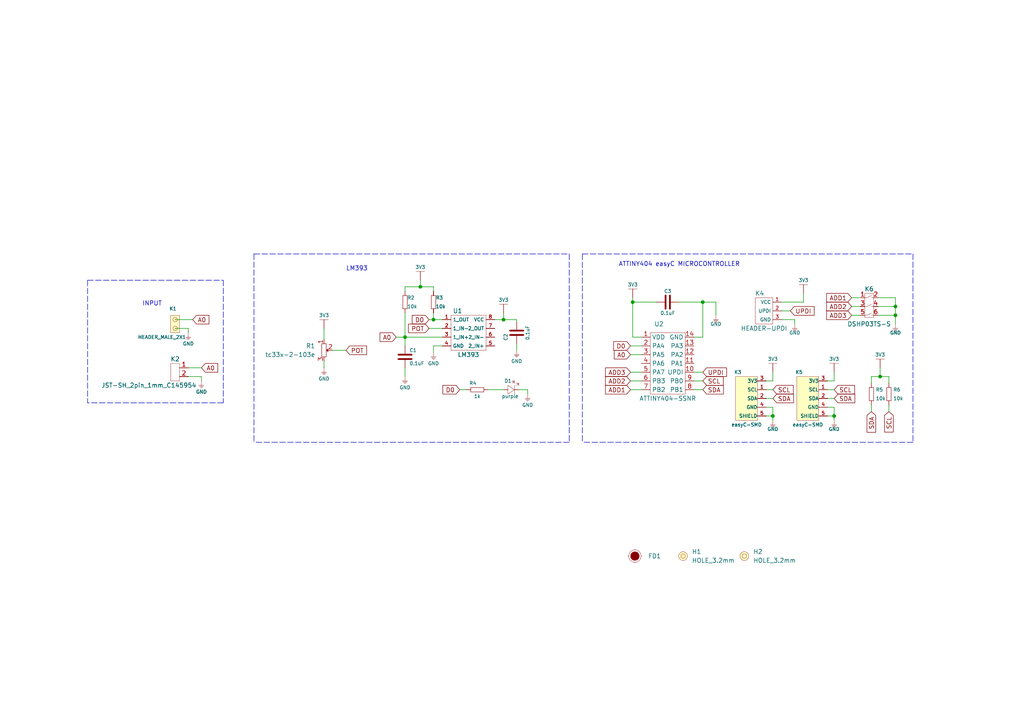
<source format=kicad_sch>
(kicad_sch (version 20210126) (generator eeschema)

  (paper "A4")

  (lib_symbols
    (symbol "e-radionica.com schematics:0402LED" (pin_numbers hide) (pin_names (offset 0.254) hide) (in_bom yes) (on_board yes)
      (property "Reference" "D" (id 0) (at -0.635 2.54 0)
        (effects (font (size 1 1)))
      )
      (property "Value" "0402LED" (id 1) (at 0 -2.54 0)
        (effects (font (size 1 1)))
      )
      (property "Footprint" "e-radionica.com footprinti:0402LED" (id 2) (at 0 5.08 0)
        (effects (font (size 1 1)) hide)
      )
      (property "Datasheet" "" (id 3) (at 0 0 0)
        (effects (font (size 1 1)) hide)
      )
      (property "Package" "0402" (id 4) (at 0 0 0)
        (effects (font (size 1.27 1.27)) hide)
      )
      (symbol "0402LED_0_1"
        (polyline
          (pts
            (xy -0.635 1.27)
            (xy -0.635 -1.27)
            (xy 1.27 0)
          )
          (stroke (width 0.0006)) (fill (type none))
        )
        (polyline
          (pts
            (xy -0.635 1.27)
            (xy 1.27 0)
          )
          (stroke (width 0.0006)) (fill (type none))
        )
        (polyline
          (pts
            (xy 1.27 1.27)
            (xy 1.27 -1.27)
          )
          (stroke (width 0.0006)) (fill (type none))
        )
        (polyline
          (pts
            (xy 0.635 1.905)
            (xy 1.27 2.54)
          )
          (stroke (width 0.0006)) (fill (type none))
        )
        (polyline
          (pts
            (xy 1.905 1.27)
            (xy 2.54 1.905)
          )
          (stroke (width 0.0006)) (fill (type none))
        )
        (polyline
          (pts
            (xy 2.54 1.905)
            (xy 1.905 1.905)
            (xy 2.54 1.27)
            (xy 2.54 1.905)
          )
          (stroke (width 0.0006)) (fill (type none))
        )
        (polyline
          (pts
            (xy 1.27 2.54)
            (xy 0.635 2.54)
            (xy 1.27 1.905)
            (xy 1.27 2.54)
          )
          (stroke (width 0.0006)) (fill (type none))
        )
      )
      (symbol "0402LED_1_1"
        (pin passive line (at -1.905 0 0) (length 1.27)
          (name "A" (effects (font (size 1.27 1.27))))
          (number "1" (effects (font (size 1.27 1.27))))
        )
        (pin passive line (at 2.54 0 180) (length 1.27)
          (name "K" (effects (font (size 1.27 1.27))))
          (number "2" (effects (font (size 1.27 1.27))))
        )
      )
    )
    (symbol "e-radionica.com schematics:0402R" (pin_numbers hide) (pin_names (offset 0.254)) (in_bom yes) (on_board yes)
      (property "Reference" "R" (id 0) (at -1.905 1.27 0)
        (effects (font (size 1 1)))
      )
      (property "Value" "0402R" (id 1) (at 0 -1.27 0)
        (effects (font (size 1 1)))
      )
      (property "Footprint" "e-radionica.com footprinti:0402R" (id 2) (at -2.54 1.905 0)
        (effects (font (size 1 1)) hide)
      )
      (property "Datasheet" "" (id 3) (at -2.54 1.905 0)
        (effects (font (size 1 1)) hide)
      )
      (symbol "0402R_0_1"
        (rectangle (start -1.905 0.635) (end -1.8796 -0.635)
          (stroke (width 0.1)) (fill (type none))
        )
        (rectangle (start -1.905 0.635) (end 1.905 0.6096)
          (stroke (width 0.1)) (fill (type none))
        )
        (rectangle (start -1.905 -0.635) (end 1.905 -0.6604)
          (stroke (width 0.1)) (fill (type none))
        )
        (rectangle (start 1.905 0.635) (end 1.9304 -0.635)
          (stroke (width 0.1)) (fill (type none))
        )
      )
      (symbol "0402R_1_1"
        (pin passive line (at -3.175 0 0) (length 1.27)
          (name "~" (effects (font (size 1.27 1.27))))
          (number "1" (effects (font (size 1.27 1.27))))
        )
        (pin passive line (at 3.175 0 180) (length 1.27)
          (name "~" (effects (font (size 1.27 1.27))))
          (number "2" (effects (font (size 1.27 1.27))))
        )
      )
    )
    (symbol "e-radionica.com schematics:0603C" (pin_numbers hide) (pin_names (offset 0.002)) (in_bom yes) (on_board yes)
      (property "Reference" "C" (id 0) (at -0.635 3.175 0)
        (effects (font (size 1 1)))
      )
      (property "Value" "0603C" (id 1) (at 0 -3.175 0)
        (effects (font (size 1 1)))
      )
      (property "Footprint" "e-radionica.com footprinti:0603C" (id 2) (at 0 0 0)
        (effects (font (size 1 1)) hide)
      )
      (property "Datasheet" "" (id 3) (at 0 0 0)
        (effects (font (size 1 1)) hide)
      )
      (symbol "0603C_0_1"
        (polyline
          (pts
            (xy -0.635 1.905)
            (xy -0.635 -1.905)
          )
          (stroke (width 0.5)) (fill (type none))
        )
        (polyline
          (pts
            (xy 0.635 1.905)
            (xy 0.635 -1.905)
          )
          (stroke (width 0.5)) (fill (type none))
        )
      )
      (symbol "0603C_1_1"
        (pin passive line (at 3.175 0 180) (length 2.54)
          (name "~" (effects (font (size 1.27 1.27))))
          (number "2" (effects (font (size 1.27 1.27))))
        )
        (pin passive line (at -3.175 0 0) (length 2.54)
          (name "~" (effects (font (size 1.27 1.27))))
          (number "1" (effects (font (size 1.27 1.27))))
        )
      )
    )
    (symbol "e-radionica.com schematics:0603R" (pin_numbers hide) (pin_names (offset 0.254)) (in_bom yes) (on_board yes)
      (property "Reference" "R" (id 0) (at -1.905 1.905 0)
        (effects (font (size 1 1)))
      )
      (property "Value" "0603R" (id 1) (at 0 -1.905 0)
        (effects (font (size 1 1)))
      )
      (property "Footprint" "e-radionica.com footprinti:0603R" (id 2) (at -0.635 1.905 0)
        (effects (font (size 1 1)) hide)
      )
      (property "Datasheet" "" (id 3) (at -0.635 1.905 0)
        (effects (font (size 1 1)) hide)
      )
      (symbol "0603R_0_1"
        (rectangle (start -1.905 0.635) (end -1.8796 -0.635)
          (stroke (width 0.1)) (fill (type none))
        )
        (rectangle (start -1.905 0.635) (end 1.905 0.6096)
          (stroke (width 0.1)) (fill (type none))
        )
        (rectangle (start -1.905 -0.635) (end 1.905 -0.6604)
          (stroke (width 0.1)) (fill (type none))
        )
        (rectangle (start 1.905 0.635) (end 1.9304 -0.635)
          (stroke (width 0.1)) (fill (type none))
        )
      )
      (symbol "0603R_1_1"
        (pin passive line (at -3.175 0 0) (length 1.27)
          (name "~" (effects (font (size 1.27 1.27))))
          (number "1" (effects (font (size 1.27 1.27))))
        )
        (pin passive line (at 3.175 0 180) (length 1.27)
          (name "~" (effects (font (size 1.27 1.27))))
          (number "2" (effects (font (size 1.27 1.27))))
        )
      )
    )
    (symbol "e-radionica.com schematics:3V3" (power) (pin_names (offset 0)) (in_bom yes) (on_board yes)
      (property "Reference" "#PWR" (id 0) (at 4.445 0 0)
        (effects (font (size 1 1)) hide)
      )
      (property "Value" "3V3" (id 1) (at 0 3.556 0)
        (effects (font (size 1 1)))
      )
      (property "Footprint" "" (id 2) (at 4.445 3.81 0)
        (effects (font (size 1 1)) hide)
      )
      (property "Datasheet" "" (id 3) (at 4.445 3.81 0)
        (effects (font (size 1 1)) hide)
      )
      (property "ki_keywords" "power-flag" (id 4) (at 0 0 0)
        (effects (font (size 1.27 1.27)) hide)
      )
      (property "ki_description" "Power symbol creates a global label with name \"+3V3\"" (id 5) (at 0 0 0)
        (effects (font (size 1.27 1.27)) hide)
      )
      (symbol "3V3_0_1"
        (polyline
          (pts
            (xy 0 0)
            (xy 0 2.54)
          )
          (stroke (width 0)) (fill (type none))
        )
        (polyline
          (pts
            (xy -1.27 2.54)
            (xy 1.27 2.54)
          )
          (stroke (width 0.0006)) (fill (type none))
        )
      )
      (symbol "3V3_1_1"
        (pin power_in line (at 0 0 90) (length 0) hide
          (name "3V3" (effects (font (size 1.27 1.27))))
          (number "1" (effects (font (size 1.27 1.27))))
        )
      )
    )
    (symbol "e-radionica.com schematics:ATTINY404-SSNR" (in_bom yes) (on_board yes)
      (property "Reference" "U" (id 0) (at -5.08 10.16 0)
        (effects (font (size 1.27 1.27)))
      )
      (property "Value" "ATTINY404-SSNR" (id 1) (at 0 -10.16 0)
        (effects (font (size 1.27 1.27)))
      )
      (property "Footprint" "e-radionica.com footprinti:SOIC-14" (id 2) (at 0 -11.43 0)
        (effects (font (size 1.27 1.27)) hide)
      )
      (property "Datasheet" "" (id 3) (at 0 -2.54 0)
        (effects (font (size 1.27 1.27)) hide)
      )
      (symbol "ATTINY404-SSNR_0_1"
        (rectangle (start -5.08 8.89) (end 5.08 -8.89)
          (stroke (width 0.0006)) (fill (type none))
        )
      )
      (symbol "ATTINY404-SSNR_1_1"
        (pin power_in line (at -7.62 7.62 0) (length 2.54)
          (name "VDD" (effects (font (size 1.27 1.27))))
          (number "1" (effects (font (size 1.27 1.27))))
        )
        (pin bidirectional line (at -7.62 5.08 0) (length 2.54)
          (name "PA4" (effects (font (size 1.27 1.27))))
          (number "2" (effects (font (size 1.27 1.27))))
        )
        (pin bidirectional line (at -7.62 2.54 0) (length 2.54)
          (name "PA5" (effects (font (size 1.27 1.27))))
          (number "3" (effects (font (size 1.27 1.27))))
        )
        (pin bidirectional line (at -7.62 0 0) (length 2.54)
          (name "PA6" (effects (font (size 1.27 1.27))))
          (number "4" (effects (font (size 1.27 1.27))))
        )
        (pin bidirectional line (at -7.62 -2.54 0) (length 2.54)
          (name "PA7" (effects (font (size 1.27 1.27))))
          (number "5" (effects (font (size 1.27 1.27))))
        )
        (pin bidirectional line (at -7.62 -5.08 0) (length 2.54)
          (name "PB3" (effects (font (size 1.27 1.27))))
          (number "6" (effects (font (size 1.27 1.27))))
        )
        (pin bidirectional line (at -7.62 -7.62 0) (length 2.54)
          (name "PB2" (effects (font (size 1.27 1.27))))
          (number "7" (effects (font (size 1.27 1.27))))
        )
        (pin bidirectional line (at 7.62 -7.62 180) (length 2.54)
          (name "PB1" (effects (font (size 1.27 1.27))))
          (number "8" (effects (font (size 1.27 1.27))))
        )
        (pin bidirectional line (at 7.62 -5.08 180) (length 2.54)
          (name "PB0" (effects (font (size 1.27 1.27))))
          (number "9" (effects (font (size 1.27 1.27))))
        )
        (pin bidirectional line (at 7.62 -2.54 180) (length 2.54)
          (name "UPDI" (effects (font (size 1.27 1.27))))
          (number "10" (effects (font (size 1.27 1.27))))
        )
        (pin bidirectional line (at 7.62 0 180) (length 2.54)
          (name "PA1" (effects (font (size 1.27 1.27))))
          (number "11" (effects (font (size 1.27 1.27))))
        )
        (pin bidirectional line (at 7.62 2.54 180) (length 2.54)
          (name "PA2" (effects (font (size 1.27 1.27))))
          (number "12" (effects (font (size 1.27 1.27))))
        )
        (pin bidirectional line (at 7.62 5.08 180) (length 2.54)
          (name "PA3" (effects (font (size 1.27 1.27))))
          (number "13" (effects (font (size 1.27 1.27))))
        )
        (pin power_in line (at 7.62 7.62 180) (length 2.54)
          (name "GND" (effects (font (size 1.27 1.27))))
          (number "14" (effects (font (size 1.27 1.27))))
        )
      )
    )
    (symbol "e-radionica.com schematics:DSHP03TS-S" (in_bom yes) (on_board yes)
      (property "Reference" "K" (id 0) (at 0 5.08 0)
        (effects (font (size 1.27 1.27)))
      )
      (property "Value" "DSHP03TS-S" (id 1) (at 0 -5.08 0)
        (effects (font (size 1.27 1.27)))
      )
      (property "Footprint" "e-radionica.com footprinti:DSHP03TS-S" (id 2) (at -1.27 -7.62 0)
        (effects (font (size 1.27 1.27)) hide)
      )
      (property "Datasheet" "" (id 3) (at 0 0 0)
        (effects (font (size 1.27 1.27)) hide)
      )
      (property "ki_keywords" "DIP SW SWITCH " (id 4) (at 0 0 0)
        (effects (font (size 1.27 1.27)) hide)
      )
      (symbol "DSHP03TS-S_0_1"
        (rectangle (start -1.27 3.81) (end 1.27 -3.175)
          (stroke (width 0.0006)) (fill (type none))
        )
        (polyline
          (pts
            (xy -1.27 2.54)
            (xy -0.635 2.54)
            (xy 0.635 3.175)
          )
          (stroke (width 0.0006)) (fill (type none))
        )
        (polyline
          (pts
            (xy -1.27 0)
            (xy -0.635 0)
            (xy 0.635 0.635)
          )
          (stroke (width 0.0006)) (fill (type none))
        )
        (polyline
          (pts
            (xy -1.27 -2.54)
            (xy -0.635 -2.54)
            (xy 0.635 -1.905)
          )
          (stroke (width 0.0006)) (fill (type none))
        )
        (polyline
          (pts
            (xy 1.27 -2.54)
            (xy 0.635 -2.54)
          )
          (stroke (width 0.0006)) (fill (type none))
        )
        (polyline
          (pts
            (xy 1.27 0)
            (xy 0.635 0)
          )
          (stroke (width 0.0006)) (fill (type none))
        )
        (polyline
          (pts
            (xy 1.27 2.54)
            (xy 0.635 2.54)
          )
          (stroke (width 0.0006)) (fill (type none))
        )
      )
      (symbol "DSHP03TS-S_1_1"
        (pin bidirectional line (at -2.54 2.54 0) (length 1.27)
          (name "~" (effects (font (size 1.27 1.27))))
          (number "1" (effects (font (size 1.27 1.27))))
        )
        (pin bidirectional line (at 2.54 2.54 180) (length 1.27)
          (name "~" (effects (font (size 1.27 1.27))))
          (number "2" (effects (font (size 1.27 1.27))))
        )
        (pin bidirectional line (at -2.54 0 0) (length 1.27)
          (name "~" (effects (font (size 1.27 1.27))))
          (number "3" (effects (font (size 1.27 1.27))))
        )
        (pin bidirectional line (at 2.54 0 180) (length 1.27)
          (name "~" (effects (font (size 1.27 1.27))))
          (number "4" (effects (font (size 1.27 1.27))))
        )
        (pin bidirectional line (at -2.54 -2.54 0) (length 1.27)
          (name "~" (effects (font (size 1.27 1.27))))
          (number "5" (effects (font (size 1.27 1.27))))
        )
        (pin bidirectional line (at 2.54 -2.54 180) (length 1.27)
          (name "~" (effects (font (size 1.27 1.27))))
          (number "6" (effects (font (size 1.27 1.27))))
        )
      )
    )
    (symbol "e-radionica.com schematics:Fiducial_Stencil" (pin_numbers hide) (pin_names hide) (in_bom yes) (on_board yes)
      (property "Reference" "FD?" (id 0) (at 0 3.048 0)
        (effects (font (size 1.27 1.27)))
      )
      (property "Value" "Fiducial_Stencil" (id 1) (at 0 -2.794 0)
        (effects (font (size 1.27 1.27)) hide)
      )
      (property "Footprint" "e-radionica.com footprinti:FIDUCIAL_1MM_PASTE" (id 2) (at 0 -6.35 0)
        (effects (font (size 1.27 1.27)) hide)
      )
      (property "Datasheet" "" (id 3) (at 0 0 0)
        (effects (font (size 1.27 1.27)) hide)
      )
      (symbol "Fiducial_Stencil_0_1"
        (circle (center 0 0) (radius 1.7961) (stroke (width 0.0006)) (fill (type none)))
        (circle (center 0 0) (radius 1.27) (stroke (width 0.001)) (fill (type outline)))
        (polyline
          (pts
            (xy 1.778 0)
            (xy 2.032 0)
          )
          (stroke (width 0.0006)) (fill (type none))
        )
        (polyline
          (pts
            (xy 0 1.778)
            (xy 0 2.032)
          )
          (stroke (width 0.0006)) (fill (type none))
        )
        (polyline
          (pts
            (xy -1.778 0)
            (xy -2.032 0)
          )
          (stroke (width 0.0006)) (fill (type none))
        )
        (polyline
          (pts
            (xy 0 -1.778)
            (xy 0 -2.032)
          )
          (stroke (width 0.0006)) (fill (type none))
        )
      )
    )
    (symbol "e-radionica.com schematics:GND" (power) (pin_names (offset 0)) (in_bom yes) (on_board yes)
      (property "Reference" "#PWR" (id 0) (at 4.445 0 0)
        (effects (font (size 1 1)) hide)
      )
      (property "Value" "GND" (id 1) (at 0 -2.921 0)
        (effects (font (size 1 1)))
      )
      (property "Footprint" "" (id 2) (at 4.445 3.81 0)
        (effects (font (size 1 1)) hide)
      )
      (property "Datasheet" "" (id 3) (at 4.445 3.81 0)
        (effects (font (size 1 1)) hide)
      )
      (property "ki_keywords" "power-flag" (id 4) (at 0 0 0)
        (effects (font (size 1.27 1.27)) hide)
      )
      (property "ki_description" "Power symbol creates a global label with name \"+3V3\"" (id 5) (at 0 0 0)
        (effects (font (size 1.27 1.27)) hide)
      )
      (symbol "GND_0_1"
        (polyline
          (pts
            (xy 0 0)
            (xy 0 -1.27)
          )
          (stroke (width 0.0006)) (fill (type none))
        )
        (polyline
          (pts
            (xy -0.762 -1.27)
            (xy 0.762 -1.27)
          )
          (stroke (width 0.0006)) (fill (type none))
        )
        (polyline
          (pts
            (xy -0.381 -1.778)
            (xy 0.381 -1.778)
          )
          (stroke (width 0.0006)) (fill (type none))
        )
        (polyline
          (pts
            (xy -0.127 -2.032)
            (xy 0.127 -2.032)
          )
          (stroke (width 0.0006)) (fill (type none))
        )
        (polyline
          (pts
            (xy -0.635 -1.524)
            (xy 0.635 -1.524)
          )
          (stroke (width 0.0006)) (fill (type none))
        )
      )
      (symbol "GND_1_1"
        (pin power_in line (at 0 0 270) (length 0) hide
          (name "GND" (effects (font (size 1.27 1.27))))
          (number "1" (effects (font (size 1.27 1.27))))
        )
      )
    )
    (symbol "e-radionica.com schematics:HEADER-UPDI" (in_bom yes) (on_board yes)
      (property "Reference" "K" (id 0) (at -1.27 5.08 0)
        (effects (font (size 1.27 1.27)))
      )
      (property "Value" "HEADER-UPDI" (id 1) (at 0 -5.08 0)
        (effects (font (size 1.27 1.27)))
      )
      (property "Footprint" "e-radionica.com footprinti:HEADER-UPDI" (id 2) (at 2.54 -7.62 0)
        (effects (font (size 1.27 1.27)) hide)
      )
      (property "Datasheet" "" (id 3) (at 2.54 0 0)
        (effects (font (size 1.27 1.27)) hide)
      )
      (symbol "HEADER-UPDI_0_1"
        (rectangle (start -2.54 3.81) (end 2.54 -3.81)
          (stroke (width 0.0006)) (fill (type none))
        )
      )
      (symbol "HEADER-UPDI_1_1"
        (pin power_in line (at 5.08 2.54 180) (length 2.54)
          (name "VCC" (effects (font (size 1 1))))
          (number "1" (effects (font (size 1 1))))
        )
        (pin bidirectional line (at 5.08 0 180) (length 2.54)
          (name "UPDI" (effects (font (size 1 1))))
          (number "2" (effects (font (size 1 1))))
        )
        (pin power_in line (at 5.08 -2.54 180) (length 2.54)
          (name "GND" (effects (font (size 1 1))))
          (number "3" (effects (font (size 1 1))))
        )
      )
    )
    (symbol "e-radionica.com schematics:HEADER_MALE_2X1" (pin_numbers hide) (pin_names hide) (in_bom yes) (on_board yes)
      (property "Reference" "K" (id 0) (at -1.27 5.08 0)
        (effects (font (size 1 1)))
      )
      (property "Value" "HEADER_MALE_2X1" (id 1) (at 0 -2.54 0)
        (effects (font (size 1 1)))
      )
      (property "Footprint" "e-radionica.com footprinti:HEADER_MALE_2X1" (id 2) (at 0 0 0)
        (effects (font (size 1 1)) hide)
      )
      (property "Datasheet" "" (id 3) (at 0 0 0)
        (effects (font (size 1 1)) hide)
      )
      (symbol "HEADER_MALE_2X1_0_1"
        (circle (center 0 2.54) (radius 0.635) (stroke (width 0.0006)) (fill (type none)))
        (circle (center 0 0) (radius 0.635) (stroke (width 0.0006)) (fill (type none)))
        (rectangle (start 1.27 -1.27) (end -1.27 3.81)
          (stroke (width 0.001)) (fill (type background))
        )
      )
      (symbol "HEADER_MALE_2X1_1_1"
        (pin passive line (at 0 0 180) (length 0)
          (name "~" (effects (font (size 1 1))))
          (number "1" (effects (font (size 1 1))))
        )
        (pin passive line (at 0 2.54 180) (length 0)
          (name "~" (effects (font (size 1 1))))
          (number "2" (effects (font (size 1 1))))
        )
      )
    )
    (symbol "e-radionica.com schematics:HOLE_3.2mm" (pin_numbers hide) (pin_names hide) (in_bom yes) (on_board yes)
      (property "Reference" "H" (id 0) (at 0 2.54 0)
        (effects (font (size 1.27 1.27)))
      )
      (property "Value" "HOLE_3.2mm" (id 1) (at 0 -2.54 0)
        (effects (font (size 1.27 1.27)))
      )
      (property "Footprint" "e-radionica.com footprinti:HOLE_3.2mm" (id 2) (at 0 0 0)
        (effects (font (size 1.27 1.27)) hide)
      )
      (property "Datasheet" "" (id 3) (at 0 0 0)
        (effects (font (size 1.27 1.27)) hide)
      )
      (symbol "HOLE_3.2mm_0_1"
        (circle (center 0 0) (radius 1.27) (stroke (width 0.001)) (fill (type background)))
        (circle (center 0 0) (radius 0.635) (stroke (width 0.0006)) (fill (type none)))
      )
    )
    (symbol "e-radionica.com schematics:JST-SH_2pin_1mm_C145954" (in_bom yes) (on_board yes)
      (property "Reference" "K" (id 0) (at 0 5.715 0)
        (effects (font (size 1.27 1.27)))
      )
      (property "Value" "JST-SH_2pin_1mm_C145954" (id 1) (at 0 -3.81 0)
        (effects (font (size 1.27 1.27)))
      )
      (property "Footprint" "e-radionica.com footprinti:JST-SH_2pin_1mm_C145954" (id 2) (at 0 0 0)
        (effects (font (size 1.27 1.27)) hide)
      )
      (property "Datasheet" "" (id 3) (at 0 0 0)
        (effects (font (size 1.27 1.27)) hide)
      )
      (symbol "JST-SH_2pin_1mm_C145954_0_1"
        (rectangle (start 1.27 -2.54) (end -1.27 2.54)
          (stroke (width 0.0006)) (fill (type none))
        )
      )
      (symbol "JST-SH_2pin_1mm_C145954_1_1"
        (pin passive line (at 3.81 1.27 180) (length 2.54)
          (name "" (effects (font (size 1.27 1.27))))
          (number "1" (effects (font (size 1.27 1.27))))
        )
        (pin passive line (at 3.81 -1.27 180) (length 2.54)
          (name "" (effects (font (size 1.27 1.27))))
          (number "2" (effects (font (size 1.27 1.27))))
        )
      )
    )
    (symbol "e-radionica.com schematics:LM393" (in_bom yes) (on_board yes)
      (property "Reference" "U" (id 0) (at 0 6.35 0)
        (effects (font (size 1.27 1.27)))
      )
      (property "Value" "LM393" (id 1) (at 0 -6.35 0)
        (effects (font (size 1.27 1.27)))
      )
      (property "Footprint" "e-radionica.com footprinti:SOIC−8" (id 2) (at 3.81 -2.54 0)
        (effects (font (size 1.27 1.27)) hide)
      )
      (property "Datasheet" "" (id 3) (at 3.81 -2.54 0)
        (effects (font (size 1.27 1.27)) hide)
      )
      (symbol "LM393_0_1"
        (rectangle (start -5.08 5.08) (end 5.08 -5.08)
          (stroke (width 0.0006)) (fill (type none))
        )
      )
      (symbol "LM393_1_1"
        (pin input line (at -7.62 1.27 0) (length 2.54)
          (name "1_IN-" (effects (font (size 1 1))))
          (number "2" (effects (font (size 1 1))))
        )
        (pin power_in line (at -7.62 -1.27 0) (length 2.54)
          (name "1_IN+" (effects (font (size 1 1))))
          (number "3" (effects (font (size 1 1))))
        )
        (pin power_in line (at -7.62 3.81 0) (length 2.54)
          (name "1_OUT" (effects (font (size 1 1))))
          (number "1" (effects (font (size 1 1))))
        )
        (pin passive line (at -7.62 -3.81 0) (length 2.54)
          (name "GND" (effects (font (size 1 1))))
          (number "4" (effects (font (size 1 1))))
        )
        (pin power_in line (at 7.62 -3.81 180) (length 2.54)
          (name "2_IN+" (effects (font (size 1 1))))
          (number "5" (effects (font (size 1 1))))
        )
        (pin power_in line (at 7.62 -1.27 180) (length 2.54)
          (name "2_IN-" (effects (font (size 1 1))))
          (number "6" (effects (font (size 1 1))))
        )
        (pin power_out line (at 7.62 1.27 180) (length 2.54)
          (name "2_OUT" (effects (font (size 1 1))))
          (number "7" (effects (font (size 1 1))))
        )
        (pin power_in line (at 7.62 3.81 180) (length 2.54)
          (name "VCC" (effects (font (size 1 1))))
          (number "8" (effects (font (size 1 1))))
        )
      )
    )
    (symbol "e-radionica.com schematics:easyC-SMD" (pin_names (offset 0.002)) (in_bom yes) (on_board yes)
      (property "Reference" "K" (id 0) (at -2.54 10.16 0)
        (effects (font (size 1 1)))
      )
      (property "Value" "easyC-SMD" (id 1) (at 0 -5.08 0)
        (effects (font (size 1 1)))
      )
      (property "Footprint" "e-radionica.com footprinti:easyC-connector" (id 2) (at 3.175 2.54 0)
        (effects (font (size 1 1)) hide)
      )
      (property "Datasheet" "" (id 3) (at 3.175 2.54 0)
        (effects (font (size 1 1)) hide)
      )
      (symbol "easyC-SMD_0_1"
        (rectangle (start -3.175 8.89) (end 3.175 -3.81)
          (stroke (width 0.001)) (fill (type background))
        )
      )
      (symbol "easyC-SMD_1_1"
        (pin passive line (at 5.715 5.08 180) (length 2.54)
          (name "SCL" (effects (font (size 1 1))))
          (number "1" (effects (font (size 1 1))))
        )
        (pin passive line (at 5.715 2.54 180) (length 2.54)
          (name "SDA" (effects (font (size 1 1))))
          (number "2" (effects (font (size 1 1))))
        )
        (pin passive line (at 5.715 7.62 180) (length 2.54)
          (name "3V3" (effects (font (size 1 1))))
          (number "3" (effects (font (size 1 1))))
        )
        (pin passive line (at 5.715 0 180) (length 2.54)
          (name "GND" (effects (font (size 1 1))))
          (number "4" (effects (font (size 1 1))))
        )
        (pin passive line (at 5.715 -2.54 180) (length 2.54)
          (name "SHIELD" (effects (font (size 1 1))))
          (number "5" (effects (font (size 1 1))))
        )
      )
    )
    (symbol "e-radionica.com schematics:tc33x-2-103e" (in_bom yes) (on_board yes)
      (property "Reference" "R" (id 0) (at -1.778 3.302 0)
        (effects (font (size 1.27 1.27)))
      )
      (property "Value" "tc33x-2-103e" (id 1) (at 0 -2.54 0)
        (effects (font (size 1.27 1.27)))
      )
      (property "Footprint" "e-radionica.com footprinti:tc33x-2-103e" (id 2) (at 0 -5.08 0)
        (effects (font (size 1.27 1.27)) hide)
      )
      (property "Datasheet" "" (id 3) (at -0.0508 -0.0508 0)
        (effects (font (size 1.27 1.27)) hide)
      )
      (symbol "tc33x-2-103e_0_1"
        (rectangle (start -1.905 0.635) (end -1.8796 -0.635)
          (stroke (width 0.1)) (fill (type none))
        )
        (rectangle (start -1.905 0.635) (end 1.905 0.6096)
          (stroke (width 0.1)) (fill (type none))
        )
        (rectangle (start -1.905 -0.635) (end 1.905 -0.6604)
          (stroke (width 0.1)) (fill (type none))
        )
        (rectangle (start 1.905 0.635) (end 1.9304 -0.635)
          (stroke (width 0.1)) (fill (type none))
        )
        (polyline
          (pts
            (xy -0.4318 1.1684)
            (xy 0.4826 1.1684)
            (xy 0 0.635)
            (xy -0.4064 1.0922)
            (xy -0.4826 1.1684)
            (xy 0 0.7874)
            (xy 0.3048 1.1176)
            (xy -0.254 1.0668)
            (xy 0.0254 0.8636)
            (xy 0.0762 1.0414)
            (xy -0.0254 0.9652)
          )
          (stroke (width 0.0006)) (fill (type none))
        )
      )
      (symbol "tc33x-2-103e_1_1"
        (pin passive line (at -3.175 0 0) (length 1.27)
          (name "~" (effects (font (size 1.27 1.27))))
          (number "1" (effects (font (size 1.27 1.27))))
        )
        (pin passive line (at 3.175 0.0002 180) (length 1.27)
          (name "~" (effects (font (size 1.27 1.27))))
          (number "3" (effects (font (size 1.27 1.27))))
        )
        (pin passive line (at 0 2.4892 270) (length 1.27)
          (name "" (effects (font (size 1.27 1.27))))
          (number "2" (effects (font (size 1.27 1.27))))
        )
      )
    )
  )

  (junction (at 117.475 97.79) (diameter 0.9144) (color 0 0 0 0))
  (junction (at 121.92 83.185) (diameter 0.9144) (color 0 0 0 0))
  (junction (at 125.73 92.71) (diameter 0.9144) (color 0 0 0 0))
  (junction (at 146.05 92.71) (diameter 0.9144) (color 0 0 0 0))
  (junction (at 183.515 87.63) (diameter 0.9144) (color 0 0 0 0))
  (junction (at 203.835 87.63) (diameter 0.9144) (color 0 0 0 0))
  (junction (at 224.155 120.65) (diameter 0.9144) (color 0 0 0 0))
  (junction (at 241.935 120.65) (diameter 0.9144) (color 0 0 0 0))
  (junction (at 255.27 109.22) (diameter 0.9144) (color 0 0 0 0))
  (junction (at 259.715 88.9) (diameter 0.9144) (color 0 0 0 0))
  (junction (at 259.715 91.44) (diameter 0.9144) (color 0 0 0 0))

  (wire (pts (xy 50.8 92.71) (xy 55.88 92.71))
    (stroke (width 0) (type solid) (color 0 0 0 0))
    (uuid 778b313e-fe92-4e2a-91e1-0b59ab6eea9e)
  )
  (wire (pts (xy 50.8 95.25) (xy 54.61 95.25))
    (stroke (width 0) (type solid) (color 0 0 0 0))
    (uuid 9445ce53-9baa-4a7a-8a69-715f5a95df92)
  )
  (wire (pts (xy 54.61 95.25) (xy 54.61 96.52))
    (stroke (width 0) (type solid) (color 0 0 0 0))
    (uuid fd9e9901-a6a6-45b8-ba9b-c2f38bb8031e)
  )
  (wire (pts (xy 54.61 106.68) (xy 58.42 106.68))
    (stroke (width 0) (type solid) (color 0 0 0 0))
    (uuid e2659221-f27f-4031-8aff-2ce1cefc59cf)
  )
  (wire (pts (xy 54.61 109.22) (xy 58.42 109.22))
    (stroke (width 0) (type solid) (color 0 0 0 0))
    (uuid bd9b9023-e92e-4fbd-afdf-bb8117773d70)
  )
  (wire (pts (xy 58.42 109.22) (xy 58.42 110.49))
    (stroke (width 0) (type solid) (color 0 0 0 0))
    (uuid 3a2d0333-f560-406f-b1a0-a5e893771f65)
  )
  (wire (pts (xy 93.98 95.25) (xy 93.98 98.425))
    (stroke (width 0) (type solid) (color 0 0 0 0))
    (uuid 90abc714-0d28-4587-b2ad-4b206648b8a7)
  )
  (wire (pts (xy 93.98 106.68) (xy 93.9802 106.68))
    (stroke (width 0) (type solid) (color 0 0 0 0))
    (uuid deea3e68-ea98-4d19-b689-c0cded6791d3)
  )
  (wire (pts (xy 93.9802 104.775) (xy 93.9802 106.68))
    (stroke (width 0) (type solid) (color 0 0 0 0))
    (uuid 7462491d-4b7f-4d05-bb80-959b6e1ed26a)
  )
  (wire (pts (xy 96.4692 101.6) (xy 100.33 101.6))
    (stroke (width 0) (type solid) (color 0 0 0 0))
    (uuid e384f260-91d0-4c37-a79c-506a99a841d8)
  )
  (wire (pts (xy 114.935 97.79) (xy 117.475 97.79))
    (stroke (width 0) (type solid) (color 0 0 0 0))
    (uuid 7f5141cf-fa76-4e52-ba97-64e932e39fc2)
  )
  (wire (pts (xy 117.475 83.185) (xy 121.92 83.185))
    (stroke (width 0) (type solid) (color 0 0 0 0))
    (uuid 3f6e0680-40d9-4bba-aaf1-e48e56f6c73d)
  )
  (wire (pts (xy 117.475 84.455) (xy 117.475 83.185))
    (stroke (width 0) (type solid) (color 0 0 0 0))
    (uuid 71284a90-bd3c-4d98-b382-3e5eeff9407c)
  )
  (wire (pts (xy 117.475 90.805) (xy 117.475 97.79))
    (stroke (width 0) (type solid) (color 0 0 0 0))
    (uuid 33fd80db-678d-477b-b2ca-bf8237662b6d)
  )
  (wire (pts (xy 117.475 97.79) (xy 117.475 100.33))
    (stroke (width 0) (type solid) (color 0 0 0 0))
    (uuid 64977794-1ca4-47c6-b694-f6ea5a711bfc)
  )
  (wire (pts (xy 117.475 97.79) (xy 128.27 97.79))
    (stroke (width 0) (type solid) (color 0 0 0 0))
    (uuid 6cba9a10-ec04-48d6-940f-7143b062b3de)
  )
  (wire (pts (xy 117.475 106.68) (xy 117.475 109.22))
    (stroke (width 0) (type solid) (color 0 0 0 0))
    (uuid 9de8b65a-7a50-4877-8272-58bfc27515ca)
  )
  (wire (pts (xy 121.92 83.185) (xy 121.92 81.28))
    (stroke (width 0) (type solid) (color 0 0 0 0))
    (uuid 7b9eb502-0bd7-4c3c-962d-c66944e02743)
  )
  (wire (pts (xy 121.92 83.185) (xy 125.73 83.185))
    (stroke (width 0) (type solid) (color 0 0 0 0))
    (uuid 6a1a2ba1-4dc0-4e26-ad91-e25099aee6ec)
  )
  (wire (pts (xy 124.46 92.71) (xy 125.73 92.71))
    (stroke (width 0) (type solid) (color 0 0 0 0))
    (uuid c663a43e-26dd-4165-ba39-d3dd1dcc446c)
  )
  (wire (pts (xy 124.46 95.25) (xy 128.27 95.25))
    (stroke (width 0) (type solid) (color 0 0 0 0))
    (uuid 40c5c46b-9ee0-4e40-8236-90628bcfb0ce)
  )
  (wire (pts (xy 125.73 83.185) (xy 125.73 84.455))
    (stroke (width 0) (type solid) (color 0 0 0 0))
    (uuid e476869c-c87a-467d-b036-e41cbee1e35b)
  )
  (wire (pts (xy 125.73 90.805) (xy 125.73 92.71))
    (stroke (width 0) (type solid) (color 0 0 0 0))
    (uuid e39893f5-89bf-4f7f-bbed-fdf24e78d952)
  )
  (wire (pts (xy 125.73 92.71) (xy 128.27 92.71))
    (stroke (width 0) (type solid) (color 0 0 0 0))
    (uuid 7c634969-80db-4d98-b825-0c2027234a1e)
  )
  (wire (pts (xy 125.73 100.33) (xy 125.73 102.235))
    (stroke (width 0) (type solid) (color 0 0 0 0))
    (uuid 76900fb9-10da-4e27-bbc5-a98d51f5fa52)
  )
  (wire (pts (xy 128.27 100.33) (xy 125.73 100.33))
    (stroke (width 0) (type solid) (color 0 0 0 0))
    (uuid 2afc2715-1aba-457c-812c-fc34d99145c0)
  )
  (wire (pts (xy 133.35 113.03) (xy 135.255 113.03))
    (stroke (width 0) (type solid) (color 0 0 0 0))
    (uuid 7e9ab479-24f5-458c-9c65-fb3a88e3ac95)
  )
  (wire (pts (xy 141.605 113.03) (xy 146.05 113.03))
    (stroke (width 0) (type solid) (color 0 0 0 0))
    (uuid 8b1f9cd6-d650-4598-829d-646a0d28e499)
  )
  (wire (pts (xy 143.51 92.71) (xy 146.05 92.71))
    (stroke (width 0) (type solid) (color 0 0 0 0))
    (uuid b7c5de3c-148c-4c55-ae1c-aab2ebeca63d)
  )
  (wire (pts (xy 146.05 92.71) (xy 146.05 90.805))
    (stroke (width 0) (type solid) (color 0 0 0 0))
    (uuid 319b9c1b-9043-45af-9fd0-a9e4fce0d59d)
  )
  (wire (pts (xy 149.86 92.71) (xy 146.05 92.71))
    (stroke (width 0) (type solid) (color 0 0 0 0))
    (uuid 1710c4fe-dab4-42e1-acb3-99df01bf63b7)
  )
  (wire (pts (xy 149.86 93.345) (xy 149.86 92.71))
    (stroke (width 0) (type solid) (color 0 0 0 0))
    (uuid 40e8058c-eb95-4b09-81ff-53a6d4e533ac)
  )
  (wire (pts (xy 149.86 99.695) (xy 149.86 101.6))
    (stroke (width 0) (type solid) (color 0 0 0 0))
    (uuid 74dbb2de-a909-4018-a559-5dff0b1c368e)
  )
  (wire (pts (xy 150.495 113.03) (xy 153.035 113.03))
    (stroke (width 0) (type solid) (color 0 0 0 0))
    (uuid b8f28d5a-4b44-4a2d-a195-bd3384cd65d7)
  )
  (wire (pts (xy 153.035 113.03) (xy 153.035 114.3))
    (stroke (width 0) (type solid) (color 0 0 0 0))
    (uuid 85b6712b-0286-4a10-a9d2-881449e8f469)
  )
  (wire (pts (xy 182.88 100.33) (xy 186.055 100.33))
    (stroke (width 0) (type solid) (color 0 0 0 0))
    (uuid fad7d531-1efc-442f-a95b-61cb85f60d16)
  )
  (wire (pts (xy 182.88 102.87) (xy 186.055 102.87))
    (stroke (width 0) (type solid) (color 0 0 0 0))
    (uuid 55fdb938-a1ae-4ab3-afd8-1e6041c8e013)
  )
  (wire (pts (xy 182.88 107.95) (xy 186.055 107.95))
    (stroke (width 0) (type solid) (color 0 0 0 0))
    (uuid a51efa6f-88d6-4df7-8795-b487bb903db3)
  )
  (wire (pts (xy 182.88 110.49) (xy 186.055 110.49))
    (stroke (width 0) (type solid) (color 0 0 0 0))
    (uuid 3230fd64-8598-4682-8de8-d0b580564743)
  )
  (wire (pts (xy 182.88 113.03) (xy 186.055 113.03))
    (stroke (width 0) (type solid) (color 0 0 0 0))
    (uuid 0d9808a5-5ebe-4d3a-8238-3c1370fbe1ae)
  )
  (wire (pts (xy 183.515 87.63) (xy 183.515 86.36))
    (stroke (width 0) (type solid) (color 0 0 0 0))
    (uuid 4a29ea24-1497-4996-9334-dee288904dff)
  )
  (wire (pts (xy 183.515 97.79) (xy 183.515 87.63))
    (stroke (width 0) (type solid) (color 0 0 0 0))
    (uuid 17f861f3-e618-4a08-bc99-36230ce76323)
  )
  (wire (pts (xy 186.055 97.79) (xy 183.515 97.79))
    (stroke (width 0) (type solid) (color 0 0 0 0))
    (uuid 32515017-1b96-4909-9749-6dd5a9bf45f0)
  )
  (wire (pts (xy 190.5 87.63) (xy 183.515 87.63))
    (stroke (width 0) (type solid) (color 0 0 0 0))
    (uuid c2d6c70b-e525-4289-ae55-01add762c487)
  )
  (wire (pts (xy 196.85 87.63) (xy 203.835 87.63))
    (stroke (width 0) (type solid) (color 0 0 0 0))
    (uuid 9d27e6bd-b0c4-4472-9527-c3f4906c0a78)
  )
  (wire (pts (xy 201.295 107.95) (xy 203.835 107.95))
    (stroke (width 0) (type solid) (color 0 0 0 0))
    (uuid b1e7ee57-c122-4d9b-aca5-518ccf71de45)
  )
  (wire (pts (xy 201.295 110.49) (xy 203.835 110.49))
    (stroke (width 0) (type solid) (color 0 0 0 0))
    (uuid ebf77a31-98f4-4dbe-9475-c64442d9b92e)
  )
  (wire (pts (xy 201.295 113.03) (xy 203.835 113.03))
    (stroke (width 0) (type solid) (color 0 0 0 0))
    (uuid b95817b1-9cd7-41c1-9a01-913ef7491916)
  )
  (wire (pts (xy 203.835 87.63) (xy 203.835 97.79))
    (stroke (width 0) (type solid) (color 0 0 0 0))
    (uuid 34d0a3f4-913d-4910-8339-f8175dd74f28)
  )
  (wire (pts (xy 203.835 87.63) (xy 207.645 87.63))
    (stroke (width 0) (type solid) (color 0 0 0 0))
    (uuid ec971691-6ee0-4c2a-9e88-06cbe0d2fa1b)
  )
  (wire (pts (xy 203.835 97.79) (xy 201.295 97.79))
    (stroke (width 0) (type solid) (color 0 0 0 0))
    (uuid 9d1d4b87-b620-452d-8bbb-55efe6a6a053)
  )
  (wire (pts (xy 207.645 87.63) (xy 207.645 91.44))
    (stroke (width 0) (type solid) (color 0 0 0 0))
    (uuid 8e6b36b5-a17a-4eff-a1a5-b6714de659f1)
  )
  (wire (pts (xy 222.25 110.49) (xy 224.155 110.49))
    (stroke (width 0) (type solid) (color 0 0 0 0))
    (uuid 16032b62-7ec0-4057-ae52-523501db9af8)
  )
  (wire (pts (xy 222.25 113.03) (xy 224.155 113.03))
    (stroke (width 0) (type solid) (color 0 0 0 0))
    (uuid df4b4017-b2ac-4e13-bedf-5f5c503407ad)
  )
  (wire (pts (xy 222.25 115.57) (xy 224.155 115.57))
    (stroke (width 0) (type solid) (color 0 0 0 0))
    (uuid 135ceb15-1df0-48a6-9202-a37c01b84f9a)
  )
  (wire (pts (xy 222.25 118.11) (xy 224.155 118.11))
    (stroke (width 0) (type solid) (color 0 0 0 0))
    (uuid fb8d4782-43d8-49fd-9787-f20eb3d0b2f2)
  )
  (wire (pts (xy 222.25 120.65) (xy 224.155 120.65))
    (stroke (width 0) (type solid) (color 0 0 0 0))
    (uuid 3aaa5c8a-1e7d-4438-9c2d-f5de86a8eddd)
  )
  (wire (pts (xy 224.155 110.49) (xy 224.155 107.95))
    (stroke (width 0) (type solid) (color 0 0 0 0))
    (uuid 24a4becf-5fd5-4aaf-bb60-9f0d15654009)
  )
  (wire (pts (xy 224.155 118.11) (xy 224.155 120.65))
    (stroke (width 0) (type solid) (color 0 0 0 0))
    (uuid 19802bbb-cf67-471a-8d27-59f10f1160f0)
  )
  (wire (pts (xy 224.155 120.65) (xy 224.155 121.92))
    (stroke (width 0) (type solid) (color 0 0 0 0))
    (uuid 527c4304-3adc-4378-909a-e8a8cab32605)
  )
  (wire (pts (xy 226.695 87.63) (xy 233.045 87.63))
    (stroke (width 0) (type solid) (color 0 0 0 0))
    (uuid 6901a0d0-ed11-4b67-9fbe-f381980fe942)
  )
  (wire (pts (xy 226.695 90.17) (xy 229.235 90.17))
    (stroke (width 0) (type solid) (color 0 0 0 0))
    (uuid a015df6e-6191-41df-8bd8-95abd8c9e95e)
  )
  (wire (pts (xy 226.695 92.71) (xy 230.505 92.71))
    (stroke (width 0) (type solid) (color 0 0 0 0))
    (uuid 27d38adf-275f-49c1-81e2-3f7f252a9f7c)
  )
  (wire (pts (xy 230.505 92.71) (xy 230.505 93.98))
    (stroke (width 0) (type solid) (color 0 0 0 0))
    (uuid ee39448d-6e34-4c4b-b9e9-56a810b8a308)
  )
  (wire (pts (xy 233.045 87.63) (xy 233.045 85.09))
    (stroke (width 0) (type solid) (color 0 0 0 0))
    (uuid 28022833-f7c0-4628-93a4-4b28aa36c907)
  )
  (wire (pts (xy 240.03 110.49) (xy 241.935 110.49))
    (stroke (width 0) (type solid) (color 0 0 0 0))
    (uuid 567ec1fc-5ccf-49a7-b7d0-97425e66ddca)
  )
  (wire (pts (xy 240.03 113.03) (xy 241.935 113.03))
    (stroke (width 0) (type solid) (color 0 0 0 0))
    (uuid ec54d369-29f8-4d0b-a48a-6afcb451a9fa)
  )
  (wire (pts (xy 240.03 115.57) (xy 241.935 115.57))
    (stroke (width 0) (type solid) (color 0 0 0 0))
    (uuid 40bf2330-48b6-4607-b56c-641df6d881b6)
  )
  (wire (pts (xy 240.03 118.11) (xy 241.935 118.11))
    (stroke (width 0) (type solid) (color 0 0 0 0))
    (uuid b6325c24-3b4e-4f71-9fc6-a768473ee3e4)
  )
  (wire (pts (xy 240.03 120.65) (xy 241.935 120.65))
    (stroke (width 0) (type solid) (color 0 0 0 0))
    (uuid 9c2d5fe3-b562-4293-964a-8c66d1510256)
  )
  (wire (pts (xy 241.935 110.49) (xy 241.935 107.95))
    (stroke (width 0) (type solid) (color 0 0 0 0))
    (uuid 313054f2-e1fc-4fb5-881b-f0018122a5cc)
  )
  (wire (pts (xy 241.935 118.11) (xy 241.935 120.65))
    (stroke (width 0) (type solid) (color 0 0 0 0))
    (uuid 64d9000b-c4ae-4c71-96b6-312d0b97a2dc)
  )
  (wire (pts (xy 241.935 120.65) (xy 241.935 121.92))
    (stroke (width 0) (type solid) (color 0 0 0 0))
    (uuid 76a61ba5-f729-47c9-8fc2-a73b9f1355f4)
  )
  (wire (pts (xy 247.015 86.36) (xy 249.555 86.36))
    (stroke (width 0) (type solid) (color 0 0 0 0))
    (uuid b7feaa97-020b-4d1b-90a3-74a4f67c3ef2)
  )
  (wire (pts (xy 247.015 88.9) (xy 249.555 88.9))
    (stroke (width 0) (type solid) (color 0 0 0 0))
    (uuid 3ea4abb9-e394-492c-b14e-5bf25a0d8872)
  )
  (wire (pts (xy 247.015 91.44) (xy 249.555 91.44))
    (stroke (width 0) (type solid) (color 0 0 0 0))
    (uuid 926bfb3b-f75c-4777-acab-3badf5b95d26)
  )
  (wire (pts (xy 252.73 109.22) (xy 255.27 109.22))
    (stroke (width 0) (type solid) (color 0 0 0 0))
    (uuid 73344c26-a199-44af-9d01-4196f6073a42)
  )
  (wire (pts (xy 252.73 111.125) (xy 252.73 109.22))
    (stroke (width 0) (type solid) (color 0 0 0 0))
    (uuid 5fb4cc96-15eb-45f4-9c80-1eccead12419)
  )
  (wire (pts (xy 252.73 117.475) (xy 252.73 119.38))
    (stroke (width 0) (type solid) (color 0 0 0 0))
    (uuid 6d0965a4-60a4-4906-8141-23240cabfd26)
  )
  (wire (pts (xy 254.635 86.36) (xy 259.715 86.36))
    (stroke (width 0) (type solid) (color 0 0 0 0))
    (uuid 26c0c636-7a93-4f85-bcd4-d5623a0ae011)
  )
  (wire (pts (xy 254.635 88.9) (xy 259.715 88.9))
    (stroke (width 0) (type solid) (color 0 0 0 0))
    (uuid 2934d152-1620-423b-a303-86f677e01eb3)
  )
  (wire (pts (xy 254.635 91.44) (xy 259.715 91.44))
    (stroke (width 0) (type solid) (color 0 0 0 0))
    (uuid 66ce4891-1b14-4c6b-9fac-53e2d8f03e49)
  )
  (wire (pts (xy 255.27 109.22) (xy 255.27 106.68))
    (stroke (width 0) (type solid) (color 0 0 0 0))
    (uuid 96f74fb7-2d45-465e-b015-73ccda2c1cee)
  )
  (wire (pts (xy 257.81 109.22) (xy 255.27 109.22))
    (stroke (width 0) (type solid) (color 0 0 0 0))
    (uuid 577f5d00-87ad-42a3-bf98-72a44becb5f5)
  )
  (wire (pts (xy 257.81 111.125) (xy 257.81 109.22))
    (stroke (width 0) (type solid) (color 0 0 0 0))
    (uuid b5c5408a-9ec5-47e0-9176-205b975ffbbd)
  )
  (wire (pts (xy 257.81 117.475) (xy 257.81 119.38))
    (stroke (width 0) (type solid) (color 0 0 0 0))
    (uuid cb503845-9e83-4ff3-b796-43c696b0b876)
  )
  (wire (pts (xy 259.715 86.36) (xy 259.715 88.9))
    (stroke (width 0) (type solid) (color 0 0 0 0))
    (uuid 800adca4-20a2-4847-99f1-74d29ad49e2b)
  )
  (wire (pts (xy 259.715 88.9) (xy 259.715 91.44))
    (stroke (width 0) (type solid) (color 0 0 0 0))
    (uuid 9b475a14-5a81-4f42-92f2-1ca43840053d)
  )
  (wire (pts (xy 259.715 91.44) (xy 259.715 93.98))
    (stroke (width 0) (type solid) (color 0 0 0 0))
    (uuid 946205a7-9997-4c6f-a18e-964ddce7af3f)
  )
  (polyline (pts (xy 25.4 81.28) (xy 25.4 116.84))
    (stroke (width 0) (type dash) (color 0 0 0 0))
    (uuid 20ca9320-f2fc-485a-bac1-01ace24a98c2)
  )
  (polyline (pts (xy 25.4 81.28) (xy 64.77 81.28))
    (stroke (width 0) (type dash) (color 0 0 0 0))
    (uuid 20ca9320-f2fc-485a-bac1-01ace24a98c2)
  )
  (polyline (pts (xy 64.77 81.28) (xy 64.77 116.84))
    (stroke (width 0) (type dash) (color 0 0 0 0))
    (uuid 20ca9320-f2fc-485a-bac1-01ace24a98c2)
  )
  (polyline (pts (xy 64.77 116.84) (xy 25.4 116.84))
    (stroke (width 0) (type dash) (color 0 0 0 0))
    (uuid 20ca9320-f2fc-485a-bac1-01ace24a98c2)
  )
  (polyline (pts (xy 73.66 73.66) (xy 73.66 128.27))
    (stroke (width 0) (type dash) (color 0 0 0 0))
    (uuid 111d1c87-1852-4755-8a86-9e7351d5f2e4)
  )
  (polyline (pts (xy 73.66 73.66) (xy 165.1 73.66))
    (stroke (width 0) (type dash) (color 0 0 0 0))
    (uuid 9e1458ce-86e2-4d31-86ce-c0dad3c275cd)
  )
  (polyline (pts (xy 165.1 73.66) (xy 165.1 128.27))
    (stroke (width 0) (type dash) (color 0 0 0 0))
    (uuid ea11fb5c-72fb-4abf-8264-64ef949c6ec5)
  )
  (polyline (pts (xy 165.1 128.27) (xy 73.66 128.27))
    (stroke (width 0) (type dash) (color 0 0 0 0))
    (uuid 0eff9d40-eb8b-478e-a915-614f9827ff04)
  )
  (polyline (pts (xy 168.91 73.66) (xy 168.91 128.27))
    (stroke (width 0) (type dash) (color 0 0 0 0))
    (uuid ad639d08-3b5b-426d-b7ba-0d41d30916f2)
  )
  (polyline (pts (xy 168.91 73.66) (xy 264.795 73.66))
    (stroke (width 0) (type dash) (color 0 0 0 0))
    (uuid 30539df0-cce3-4e14-8fd8-19d35c65b007)
  )
  (polyline (pts (xy 264.795 73.66) (xy 264.795 128.27))
    (stroke (width 0) (type dash) (color 0 0 0 0))
    (uuid 2f96005f-ec3a-4ed6-90b3-a2b6236cb704)
  )
  (polyline (pts (xy 264.795 128.27) (xy 168.91 128.27))
    (stroke (width 0) (type dash) (color 0 0 0 0))
    (uuid 41d20c07-64d2-4cf9-b53b-82ed61d979d5)
  )

  (text "INPUT" (at 46.99 88.9 180)
    (effects (font (size 1.27 1.27)) (justify right bottom))
    (uuid 1d7d9069-8d3f-4a1c-988e-08cab65e8554)
  )
  (text "LM393" (at 106.68 78.74 180)
    (effects (font (size 1.27 1.27)) (justify right bottom))
    (uuid 282da411-d3f0-4976-a9a0-07a3586d2f8e)
  )
  (text "ATTINY404 easyC MICROCONTROLLER" (at 214.63 77.47 180)
    (effects (font (size 1.27 1.27)) (justify right bottom))
    (uuid a70e1778-f249-49b5-94f3-f4c070ddfb72)
  )

  (global_label "A0" (shape input) (at 55.88 92.71 0)
    (effects (font (size 1.27 1.27)) (justify left))
    (uuid b976eaa0-374e-4400-b9a4-34d212e61272)
    (property "Intersheet References" "${INTERSHEET_REFS}" (id 0) (at 62.1152 92.6306 0)
      (effects (font (size 1.27 1.27)) (justify left) hide)
    )
  )
  (global_label "A0" (shape input) (at 58.42 106.68 0)
    (effects (font (size 1.27 1.27)) (justify left))
    (uuid 26a1fcdd-0cbc-44ae-94a1-2625854f9e30)
    (property "Intersheet References" "${INTERSHEET_REFS}" (id 0) (at 64.6552 106.6006 0)
      (effects (font (size 1.27 1.27)) (justify left) hide)
    )
  )
  (global_label "POT" (shape input) (at 100.33 101.6 0)
    (effects (font (size 1.27 1.27)) (justify left))
    (uuid f0dc0fe7-6511-4fd6-8ad8-b0c19a8a720e)
    (property "Intersheet References" "${INTERSHEET_REFS}" (id 0) (at 107.8352 101.5206 0)
      (effects (font (size 1.27 1.27)) (justify left) hide)
    )
  )
  (global_label "A0" (shape input) (at 114.935 97.79 180)
    (effects (font (size 1.27 1.27)) (justify right))
    (uuid 15fb4ec5-ec39-4efa-8742-1a167ab81653)
    (property "Intersheet References" "${INTERSHEET_REFS}" (id 0) (at 108.6998 97.7106 0)
      (effects (font (size 1.27 1.27)) (justify right) hide)
    )
  )
  (global_label "D0" (shape input) (at 124.46 92.71 180)
    (effects (font (size 1.27 1.27)) (justify right))
    (uuid 9472fa76-e6a8-48dc-9ed1-23472f9ab1c2)
    (property "Intersheet References" "${INTERSHEET_REFS}" (id 0) (at 118.0434 92.7894 0)
      (effects (font (size 1.27 1.27)) (justify right) hide)
    )
  )
  (global_label "POT" (shape input) (at 124.46 95.25 180)
    (effects (font (size 1.27 1.27)) (justify right))
    (uuid 7a019ca5-3122-452f-9346-2337609d4824)
    (property "Intersheet References" "${INTERSHEET_REFS}" (id 0) (at 116.9548 95.1706 0)
      (effects (font (size 1.27 1.27)) (justify right) hide)
    )
  )
  (global_label "D0" (shape input) (at 133.35 113.03 180)
    (effects (font (size 1.27 1.27)) (justify right))
    (uuid f79a6999-d600-4515-bc92-737cb9624718)
    (property "Intersheet References" "${INTERSHEET_REFS}" (id 0) (at 126.9334 112.9506 0)
      (effects (font (size 1.27 1.27)) (justify right) hide)
    )
  )
  (global_label "D0" (shape input) (at 182.88 100.33 180)
    (effects (font (size 1.27 1.27)) (justify right))
    (uuid 09bea0ea-7f1b-43a2-8700-172a53cc5844)
    (property "Intersheet References" "${INTERSHEET_REFS}" (id 0) (at 176.4634 100.2506 0)
      (effects (font (size 1.27 1.27)) (justify right) hide)
    )
  )
  (global_label "A0" (shape input) (at 182.88 102.87 180)
    (effects (font (size 1.27 1.27)) (justify right))
    (uuid 5a524fd2-af0c-41b5-b489-9894f0d2179c)
    (property "Intersheet References" "${INTERSHEET_REFS}" (id 0) (at 176.6448 102.7906 0)
      (effects (font (size 1.27 1.27)) (justify right) hide)
    )
  )
  (global_label "ADD3" (shape input) (at 182.88 107.95 180)
    (effects (font (size 1.27 1.27)) (justify right))
    (uuid 9b2d8e29-a5cf-4ad4-8a79-11601f273987)
    (property "Intersheet References" "${INTERSHEET_REFS}" (id 0) (at 174.1048 107.8706 0)
      (effects (font (size 1.27 1.27)) (justify right) hide)
    )
  )
  (global_label "ADD2" (shape input) (at 182.88 110.49 180)
    (effects (font (size 1.27 1.27)) (justify right))
    (uuid 32f0e9d0-4788-4809-9f91-a29f8a72b122)
    (property "Intersheet References" "${INTERSHEET_REFS}" (id 0) (at 174.1048 110.4106 0)
      (effects (font (size 1.27 1.27)) (justify right) hide)
    )
  )
  (global_label "ADD1" (shape input) (at 182.88 113.03 180)
    (effects (font (size 1.27 1.27)) (justify right))
    (uuid 0a2ffd60-b663-4d58-848a-2591da30501a)
    (property "Intersheet References" "${INTERSHEET_REFS}" (id 0) (at 174.1048 112.9506 0)
      (effects (font (size 1.27 1.27)) (justify right) hide)
    )
  )
  (global_label "UPDI" (shape input) (at 203.835 107.95 0)
    (effects (font (size 1.27 1.27)) (justify left))
    (uuid f898734b-4d47-47c6-a6b2-fc9726202e39)
    (property "Intersheet References" "${INTERSHEET_REFS}" (id 0) (at 212.2473 107.8706 0)
      (effects (font (size 1.27 1.27)) (justify left) hide)
    )
  )
  (global_label "SCL" (shape input) (at 203.835 110.49 0)
    (effects (font (size 1.27 1.27)) (justify left))
    (uuid ea819a26-a28c-4d65-93cc-cf441d1146d5)
    (property "Intersheet References" "${INTERSHEET_REFS}" (id 0) (at 211.2797 110.4106 0)
      (effects (font (size 1.27 1.27)) (justify left) hide)
    )
  )
  (global_label "SDA" (shape input) (at 203.835 113.03 0)
    (effects (font (size 1.27 1.27)) (justify left))
    (uuid 24c58e55-ec85-42d5-9b41-fc1066c6cc61)
    (property "Intersheet References" "${INTERSHEET_REFS}" (id 0) (at 211.3402 113.1094 0)
      (effects (font (size 1.27 1.27)) (justify left) hide)
    )
  )
  (global_label "SCL" (shape input) (at 224.155 113.03 0)
    (effects (font (size 1.27 1.27)) (justify left))
    (uuid 6979241f-6e5d-42e0-86af-c6fc84c634a3)
    (property "Intersheet References" "${INTERSHEET_REFS}" (id 0) (at 231.5997 112.9506 0)
      (effects (font (size 1.27 1.27)) (justify left) hide)
    )
  )
  (global_label "SDA" (shape input) (at 224.155 115.57 0)
    (effects (font (size 1.27 1.27)) (justify left))
    (uuid a5effcf0-f374-4fd8-8643-4a382c5d0239)
    (property "Intersheet References" "${INTERSHEET_REFS}" (id 0) (at 231.6602 115.4906 0)
      (effects (font (size 1.27 1.27)) (justify left) hide)
    )
  )
  (global_label "UPDI" (shape input) (at 229.235 90.17 0)
    (effects (font (size 1.27 1.27)) (justify left))
    (uuid 8174fa37-86a4-4dde-b6af-d8abdbcda4b4)
    (property "Intersheet References" "${INTERSHEET_REFS}" (id 0) (at 237.6473 90.0906 0)
      (effects (font (size 1.27 1.27)) (justify left) hide)
    )
  )
  (global_label "SCL" (shape input) (at 241.935 113.03 0)
    (effects (font (size 1.27 1.27)) (justify left))
    (uuid c08cf6bf-51ec-4fbe-af5d-4ba1a8b211a4)
    (property "Intersheet References" "${INTERSHEET_REFS}" (id 0) (at 249.3797 112.9506 0)
      (effects (font (size 1.27 1.27)) (justify left) hide)
    )
  )
  (global_label "SDA" (shape input) (at 241.935 115.57 0)
    (effects (font (size 1.27 1.27)) (justify left))
    (uuid 39140021-4d9b-4480-8884-f2cbdee91c85)
    (property "Intersheet References" "${INTERSHEET_REFS}" (id 0) (at 249.4402 115.4906 0)
      (effects (font (size 1.27 1.27)) (justify left) hide)
    )
  )
  (global_label "ADD1" (shape input) (at 247.015 86.36 180)
    (effects (font (size 1.27 1.27)) (justify right))
    (uuid 0e45e4fe-8025-4ca3-a0bc-808fa0238f48)
    (property "Intersheet References" "${INTERSHEET_REFS}" (id 0) (at 238.2398 86.2806 0)
      (effects (font (size 1.27 1.27)) (justify right) hide)
    )
  )
  (global_label "ADD2" (shape input) (at 247.015 88.9 180)
    (effects (font (size 1.27 1.27)) (justify right))
    (uuid 41c78b74-9264-4b32-8603-9406eb021e52)
    (property "Intersheet References" "${INTERSHEET_REFS}" (id 0) (at 238.2398 88.8206 0)
      (effects (font (size 1.27 1.27)) (justify right) hide)
    )
  )
  (global_label "ADD3" (shape input) (at 247.015 91.44 180)
    (effects (font (size 1.27 1.27)) (justify right))
    (uuid 335172fa-9253-40f9-b170-b577ab955157)
    (property "Intersheet References" "${INTERSHEET_REFS}" (id 0) (at 238.2398 91.3606 0)
      (effects (font (size 1.27 1.27)) (justify right) hide)
    )
  )
  (global_label "SDA" (shape input) (at 252.73 119.38 270)
    (effects (font (size 1.27 1.27)) (justify right))
    (uuid 4bad6afa-f5bf-4e9b-897a-0d0e0afb35aa)
    (property "Intersheet References" "${INTERSHEET_REFS}" (id 0) (at 252.6506 126.8852 90)
      (effects (font (size 1.27 1.27)) (justify right) hide)
    )
  )
  (global_label "SCL" (shape input) (at 257.81 119.38 270)
    (effects (font (size 1.27 1.27)) (justify right))
    (uuid 6bff219e-d2f2-41b5-bdfa-c3cf7884c98d)
    (property "Intersheet References" "${INTERSHEET_REFS}" (id 0) (at 257.8894 126.8247 90)
      (effects (font (size 1.27 1.27)) (justify right) hide)
    )
  )

  (symbol (lib_id "e-radionica.com schematics:GND") (at 54.61 96.52 0) (unit 1)
    (in_bom yes) (on_board yes)
    (uuid 7d78567c-ad17-4b22-836d-1e9afa5a0132)
    (property "Reference" "#PWR01" (id 0) (at 59.055 96.52 0)
      (effects (font (size 1 1)) hide)
    )
    (property "Value" "GND" (id 1) (at 54.61 99.695 0)
      (effects (font (size 1 1)))
    )
    (property "Footprint" "" (id 2) (at 59.055 92.71 0)
      (effects (font (size 1 1)) hide)
    )
    (property "Datasheet" "" (id 3) (at 59.055 92.71 0)
      (effects (font (size 1 1)) hide)
    )
    (pin "1" (uuid 1674149b-52b7-45c7-b414-3e19bb9557c5))
  )

  (symbol (lib_id "e-radionica.com schematics:GND") (at 58.42 110.49 0) (unit 1)
    (in_bom yes) (on_board yes)
    (uuid e0d5d182-11cc-4d98-83bb-a6820cc4bd68)
    (property "Reference" "#PWR02" (id 0) (at 62.865 110.49 0)
      (effects (font (size 1 1)) hide)
    )
    (property "Value" "GND" (id 1) (at 58.42 113.665 0)
      (effects (font (size 1 1)))
    )
    (property "Footprint" "" (id 2) (at 62.865 106.68 0)
      (effects (font (size 1 1)) hide)
    )
    (property "Datasheet" "" (id 3) (at 62.865 106.68 0)
      (effects (font (size 1 1)) hide)
    )
    (pin "1" (uuid 1674149b-52b7-45c7-b414-3e19bb9557c5))
  )

  (symbol (lib_id "e-radionica.com schematics:GND") (at 93.98 106.68 0) (unit 1)
    (in_bom yes) (on_board yes)
    (uuid dfa69823-31ed-4686-956b-efe8be8ea2a3)
    (property "Reference" "#PWR04" (id 0) (at 98.425 106.68 0)
      (effects (font (size 1 1)) hide)
    )
    (property "Value" "GND" (id 1) (at 93.98 109.855 0)
      (effects (font (size 1 1)))
    )
    (property "Footprint" "" (id 2) (at 98.425 102.87 0)
      (effects (font (size 1 1)) hide)
    )
    (property "Datasheet" "" (id 3) (at 98.425 102.87 0)
      (effects (font (size 1 1)) hide)
    )
    (pin "1" (uuid 1674149b-52b7-45c7-b414-3e19bb9557c5))
  )

  (symbol (lib_id "e-radionica.com schematics:GND") (at 117.475 109.22 0) (unit 1)
    (in_bom yes) (on_board yes)
    (uuid b5f26bf7-98aa-446f-8045-72182776cc81)
    (property "Reference" "#PWR05" (id 0) (at 121.92 109.22 0)
      (effects (font (size 1 1)) hide)
    )
    (property "Value" "GND" (id 1) (at 117.475 112.395 0)
      (effects (font (size 1 1)))
    )
    (property "Footprint" "" (id 2) (at 121.92 105.41 0)
      (effects (font (size 1 1)) hide)
    )
    (property "Datasheet" "" (id 3) (at 121.92 105.41 0)
      (effects (font (size 1 1)) hide)
    )
    (pin "1" (uuid 1674149b-52b7-45c7-b414-3e19bb9557c5))
  )

  (symbol (lib_id "e-radionica.com schematics:GND") (at 125.73 102.235 0) (unit 1)
    (in_bom yes) (on_board yes)
    (uuid 92783dd6-86ae-4a97-8d0a-21c28c920697)
    (property "Reference" "#PWR07" (id 0) (at 130.175 102.235 0)
      (effects (font (size 1 1)) hide)
    )
    (property "Value" "GND" (id 1) (at 125.73 105.41 0)
      (effects (font (size 1 1)))
    )
    (property "Footprint" "" (id 2) (at 130.175 98.425 0)
      (effects (font (size 1 1)) hide)
    )
    (property "Datasheet" "" (id 3) (at 130.175 98.425 0)
      (effects (font (size 1 1)) hide)
    )
    (pin "1" (uuid 1674149b-52b7-45c7-b414-3e19bb9557c5))
  )

  (symbol (lib_id "e-radionica.com schematics:GND") (at 149.86 101.6 0) (unit 1)
    (in_bom yes) (on_board yes)
    (uuid f355d174-0c6e-4448-86fb-5aa6c2f3aa7f)
    (property "Reference" "#PWR09" (id 0) (at 154.305 101.6 0)
      (effects (font (size 1 1)) hide)
    )
    (property "Value" "GND" (id 1) (at 149.86 104.775 0)
      (effects (font (size 1 1)))
    )
    (property "Footprint" "" (id 2) (at 154.305 97.79 0)
      (effects (font (size 1 1)) hide)
    )
    (property "Datasheet" "" (id 3) (at 154.305 97.79 0)
      (effects (font (size 1 1)) hide)
    )
    (pin "1" (uuid 1674149b-52b7-45c7-b414-3e19bb9557c5))
  )

  (symbol (lib_id "e-radionica.com schematics:GND") (at 153.035 114.3 0) (unit 1)
    (in_bom yes) (on_board yes)
    (uuid 2928d50a-5598-4e4c-8f44-175bb4fb0229)
    (property "Reference" "#PWR010" (id 0) (at 157.48 114.3 0)
      (effects (font (size 1 1)) hide)
    )
    (property "Value" "GND" (id 1) (at 153.035 117.475 0)
      (effects (font (size 1 1)))
    )
    (property "Footprint" "" (id 2) (at 157.48 110.49 0)
      (effects (font (size 1 1)) hide)
    )
    (property "Datasheet" "" (id 3) (at 157.48 110.49 0)
      (effects (font (size 1 1)) hide)
    )
    (pin "1" (uuid 1674149b-52b7-45c7-b414-3e19bb9557c5))
  )

  (symbol (lib_id "e-radionica.com schematics:GND") (at 207.645 91.44 0) (unit 1)
    (in_bom yes) (on_board yes)
    (uuid d62a50a2-b05c-4436-a8e8-1f88d649047d)
    (property "Reference" "#PWR012" (id 0) (at 212.09 91.44 0)
      (effects (font (size 1 1)) hide)
    )
    (property "Value" "GND" (id 1) (at 207.645 93.98 0)
      (effects (font (size 1 1)))
    )
    (property "Footprint" "" (id 2) (at 212.09 87.63 0)
      (effects (font (size 1 1)) hide)
    )
    (property "Datasheet" "" (id 3) (at 212.09 87.63 0)
      (effects (font (size 1 1)) hide)
    )
    (pin "1" (uuid 2a6b0601-cc03-4ad2-b1c8-f6efd66fea6d))
  )

  (symbol (lib_id "e-radionica.com schematics:GND") (at 224.155 121.92 0) (unit 1)
    (in_bom yes) (on_board yes)
    (uuid d1cc779e-a8c7-498c-b8bd-fafac7c341ad)
    (property "Reference" "#PWR014" (id 0) (at 228.6 121.92 0)
      (effects (font (size 1 1)) hide)
    )
    (property "Value" "GND" (id 1) (at 224.155 124.46 0)
      (effects (font (size 1 1)))
    )
    (property "Footprint" "" (id 2) (at 228.6 118.11 0)
      (effects (font (size 1 1)) hide)
    )
    (property "Datasheet" "" (id 3) (at 228.6 118.11 0)
      (effects (font (size 1 1)) hide)
    )
    (pin "1" (uuid 2a6b0601-cc03-4ad2-b1c8-f6efd66fea6d))
  )

  (symbol (lib_id "e-radionica.com schematics:GND") (at 230.505 93.98 0) (unit 1)
    (in_bom yes) (on_board yes)
    (uuid 2429ef51-3203-4b00-9a7a-0c8dd4313884)
    (property "Reference" "#PWR015" (id 0) (at 234.95 93.98 0)
      (effects (font (size 1 1)) hide)
    )
    (property "Value" "GND" (id 1) (at 230.505 96.52 0)
      (effects (font (size 1 1)))
    )
    (property "Footprint" "" (id 2) (at 234.95 90.17 0)
      (effects (font (size 1 1)) hide)
    )
    (property "Datasheet" "" (id 3) (at 234.95 90.17 0)
      (effects (font (size 1 1)) hide)
    )
    (pin "1" (uuid 2a6b0601-cc03-4ad2-b1c8-f6efd66fea6d))
  )

  (symbol (lib_id "e-radionica.com schematics:GND") (at 241.935 121.92 0) (unit 1)
    (in_bom yes) (on_board yes)
    (uuid 596cc099-d4ed-4cd9-afdb-1bf26d948323)
    (property "Reference" "#PWR018" (id 0) (at 246.38 121.92 0)
      (effects (font (size 1 1)) hide)
    )
    (property "Value" "GND" (id 1) (at 241.935 124.46 0)
      (effects (font (size 1 1)))
    )
    (property "Footprint" "" (id 2) (at 246.38 118.11 0)
      (effects (font (size 1 1)) hide)
    )
    (property "Datasheet" "" (id 3) (at 246.38 118.11 0)
      (effects (font (size 1 1)) hide)
    )
    (pin "1" (uuid 2a6b0601-cc03-4ad2-b1c8-f6efd66fea6d))
  )

  (symbol (lib_id "e-radionica.com schematics:GND") (at 259.715 93.98 0) (unit 1)
    (in_bom yes) (on_board yes)
    (uuid 7941bd8f-e518-460c-b1f3-f673b882ad79)
    (property "Reference" "#PWR020" (id 0) (at 264.16 93.98 0)
      (effects (font (size 1 1)) hide)
    )
    (property "Value" "GND" (id 1) (at 259.715 96.52 0)
      (effects (font (size 1 1)))
    )
    (property "Footprint" "" (id 2) (at 264.16 90.17 0)
      (effects (font (size 1 1)) hide)
    )
    (property "Datasheet" "" (id 3) (at 264.16 90.17 0)
      (effects (font (size 1 1)) hide)
    )
    (pin "1" (uuid 2a6b0601-cc03-4ad2-b1c8-f6efd66fea6d))
  )

  (symbol (lib_id "e-radionica.com schematics:HOLE_3.2mm") (at 198.12 161.29 0) (unit 1)
    (in_bom yes) (on_board yes)
    (uuid 1f81b129-064d-47b9-bed7-06dd43095656)
    (property "Reference" "H1" (id 0) (at 200.66 160.02 0)
      (effects (font (size 1.27 1.27)) (justify left))
    )
    (property "Value" "HOLE_3.2mm" (id 1) (at 200.66 162.56 0)
      (effects (font (size 1.27 1.27)) (justify left))
    )
    (property "Footprint" "e-radionica.com footprinti:HOLE_3.2mm" (id 2) (at 198.12 161.29 0)
      (effects (font (size 1.27 1.27)) hide)
    )
    (property "Datasheet" "" (id 3) (at 198.12 161.29 0)
      (effects (font (size 1.27 1.27)) hide)
    )
  )

  (symbol (lib_id "e-radionica.com schematics:HOLE_3.2mm") (at 215.9 161.29 0) (unit 1)
    (in_bom yes) (on_board yes)
    (uuid a23f9010-f5e6-4734-a7d4-9221d8885997)
    (property "Reference" "H2" (id 0) (at 218.44 160.02 0)
      (effects (font (size 1.27 1.27)) (justify left))
    )
    (property "Value" "HOLE_3.2mm" (id 1) (at 218.44 162.56 0)
      (effects (font (size 1.27 1.27)) (justify left))
    )
    (property "Footprint" "e-radionica.com footprinti:HOLE_3.2mm" (id 2) (at 215.9 161.29 0)
      (effects (font (size 1.27 1.27)) hide)
    )
    (property "Datasheet" "" (id 3) (at 215.9 161.29 0)
      (effects (font (size 1.27 1.27)) hide)
    )
  )

  (symbol (lib_id "e-radionica.com schematics:3V3") (at 93.98 95.25 0) (unit 1)
    (in_bom yes) (on_board yes)
    (uuid e68c02e2-e60f-41ba-a7b3-d69dc36c1319)
    (property "Reference" "#PWR03" (id 0) (at 98.425 95.25 0)
      (effects (font (size 1 1)) hide)
    )
    (property "Value" "3V3" (id 1) (at 93.98 91.44 0)
      (effects (font (size 1 1)))
    )
    (property "Footprint" "" (id 2) (at 98.425 91.44 0)
      (effects (font (size 1 1)) hide)
    )
    (property "Datasheet" "" (id 3) (at 98.425 91.44 0)
      (effects (font (size 1 1)) hide)
    )
    (pin "1" (uuid bedf355e-f64d-4d61-a1a3-673658b00eeb))
  )

  (symbol (lib_id "e-radionica.com schematics:3V3") (at 121.92 81.28 0) (unit 1)
    (in_bom yes) (on_board yes)
    (uuid d9ab0074-6e11-4b83-a32e-b994c65f474e)
    (property "Reference" "#PWR06" (id 0) (at 126.365 81.28 0)
      (effects (font (size 1 1)) hide)
    )
    (property "Value" "3V3" (id 1) (at 121.92 77.47 0)
      (effects (font (size 1 1)))
    )
    (property "Footprint" "" (id 2) (at 126.365 77.47 0)
      (effects (font (size 1 1)) hide)
    )
    (property "Datasheet" "" (id 3) (at 126.365 77.47 0)
      (effects (font (size 1 1)) hide)
    )
    (pin "1" (uuid bedf355e-f64d-4d61-a1a3-673658b00eeb))
  )

  (symbol (lib_id "e-radionica.com schematics:3V3") (at 146.05 90.805 0) (unit 1)
    (in_bom yes) (on_board yes)
    (uuid 9ee6da0f-8b79-448d-8bde-d0d40573616f)
    (property "Reference" "#PWR08" (id 0) (at 150.495 90.805 0)
      (effects (font (size 1 1)) hide)
    )
    (property "Value" "3V3" (id 1) (at 146.05 86.995 0)
      (effects (font (size 1 1)))
    )
    (property "Footprint" "" (id 2) (at 150.495 86.995 0)
      (effects (font (size 1 1)) hide)
    )
    (property "Datasheet" "" (id 3) (at 150.495 86.995 0)
      (effects (font (size 1 1)) hide)
    )
    (pin "1" (uuid bedf355e-f64d-4d61-a1a3-673658b00eeb))
  )

  (symbol (lib_id "e-radionica.com schematics:3V3") (at 183.515 86.36 0) (unit 1)
    (in_bom yes) (on_board yes)
    (uuid 85d3e72e-16e6-4a3a-835a-c671c8223bd4)
    (property "Reference" "#PWR011" (id 0) (at 187.96 86.36 0)
      (effects (font (size 1 1)) hide)
    )
    (property "Value" "3V3" (id 1) (at 183.515 82.55 0)
      (effects (font (size 1 1)))
    )
    (property "Footprint" "" (id 2) (at 187.96 82.55 0)
      (effects (font (size 1 1)) hide)
    )
    (property "Datasheet" "" (id 3) (at 187.96 82.55 0)
      (effects (font (size 1 1)) hide)
    )
    (pin "1" (uuid bedf355e-f64d-4d61-a1a3-673658b00eeb))
  )

  (symbol (lib_id "e-radionica.com schematics:3V3") (at 224.155 107.95 0) (unit 1)
    (in_bom yes) (on_board yes)
    (uuid 128bfdcb-5c77-41e0-9ea9-cdef079d6792)
    (property "Reference" "#PWR013" (id 0) (at 228.6 107.95 0)
      (effects (font (size 1 1)) hide)
    )
    (property "Value" "3V3" (id 1) (at 224.155 104.14 0)
      (effects (font (size 1 1)))
    )
    (property "Footprint" "" (id 2) (at 228.6 104.14 0)
      (effects (font (size 1 1)) hide)
    )
    (property "Datasheet" "" (id 3) (at 228.6 104.14 0)
      (effects (font (size 1 1)) hide)
    )
    (pin "1" (uuid bedf355e-f64d-4d61-a1a3-673658b00eeb))
  )

  (symbol (lib_id "e-radionica.com schematics:3V3") (at 233.045 85.09 0) (unit 1)
    (in_bom yes) (on_board yes)
    (uuid acb42b2b-9d83-4ab9-89b3-782320364e5f)
    (property "Reference" "#PWR016" (id 0) (at 237.49 85.09 0)
      (effects (font (size 1 1)) hide)
    )
    (property "Value" "3V3" (id 1) (at 233.045 81.28 0)
      (effects (font (size 1 1)))
    )
    (property "Footprint" "" (id 2) (at 237.49 81.28 0)
      (effects (font (size 1 1)) hide)
    )
    (property "Datasheet" "" (id 3) (at 237.49 81.28 0)
      (effects (font (size 1 1)) hide)
    )
    (pin "1" (uuid bedf355e-f64d-4d61-a1a3-673658b00eeb))
  )

  (symbol (lib_id "e-radionica.com schematics:3V3") (at 241.935 107.95 0) (unit 1)
    (in_bom yes) (on_board yes)
    (uuid 6cffe2cc-ff0a-4b3f-b21d-35e53004a3d1)
    (property "Reference" "#PWR017" (id 0) (at 246.38 107.95 0)
      (effects (font (size 1 1)) hide)
    )
    (property "Value" "3V3" (id 1) (at 241.935 104.14 0)
      (effects (font (size 1 1)))
    )
    (property "Footprint" "" (id 2) (at 246.38 104.14 0)
      (effects (font (size 1 1)) hide)
    )
    (property "Datasheet" "" (id 3) (at 246.38 104.14 0)
      (effects (font (size 1 1)) hide)
    )
    (pin "1" (uuid bedf355e-f64d-4d61-a1a3-673658b00eeb))
  )

  (symbol (lib_id "e-radionica.com schematics:3V3") (at 255.27 106.68 0) (unit 1)
    (in_bom yes) (on_board yes)
    (uuid d68e88c2-9e9a-442e-8832-615c6fa74f20)
    (property "Reference" "#PWR019" (id 0) (at 259.715 106.68 0)
      (effects (font (size 1 1)) hide)
    )
    (property "Value" "3V3" (id 1) (at 255.27 102.87 0)
      (effects (font (size 1 1)))
    )
    (property "Footprint" "" (id 2) (at 259.715 102.87 0)
      (effects (font (size 1 1)) hide)
    )
    (property "Datasheet" "" (id 3) (at 259.715 102.87 0)
      (effects (font (size 1 1)) hide)
    )
    (pin "1" (uuid bedf355e-f64d-4d61-a1a3-673658b00eeb))
  )

  (symbol (lib_id "e-radionica.com schematics:0603R") (at 117.475 87.63 90) (unit 1)
    (in_bom yes) (on_board yes)
    (uuid 3a4319dc-5586-4787-b840-3b6d86677a42)
    (property "Reference" "R2" (id 0) (at 118.11 86.36 90)
      (effects (font (size 1 1)) (justify right))
    )
    (property "Value" "10k" (id 1) (at 118.11 88.9 90)
      (effects (font (size 1 1)) (justify right))
    )
    (property "Footprint" "e-radionica.com footprinti:0603R" (id 2) (at 115.57 88.265 0)
      (effects (font (size 1 1)) hide)
    )
    (property "Datasheet" "" (id 3) (at 115.57 88.265 0)
      (effects (font (size 1 1)) hide)
    )
    (pin "1" (uuid ac59e436-ce08-4f9f-be8d-e907e82bd897))
    (pin "2" (uuid 897ae6e7-e1c5-4b9e-80a5-1a7cf1cb45f4))
  )

  (symbol (lib_id "e-radionica.com schematics:0603R") (at 125.73 87.63 90) (unit 1)
    (in_bom yes) (on_board yes)
    (uuid 12655585-899a-4861-abb9-d1489f81530e)
    (property "Reference" "R3" (id 0) (at 126.365 86.36 90)
      (effects (font (size 1 1)) (justify right))
    )
    (property "Value" "10k" (id 1) (at 126.365 88.9 90)
      (effects (font (size 1 1)) (justify right))
    )
    (property "Footprint" "e-radionica.com footprinti:0603R" (id 2) (at 123.825 88.265 0)
      (effects (font (size 1 1)) hide)
    )
    (property "Datasheet" "" (id 3) (at 123.825 88.265 0)
      (effects (font (size 1 1)) hide)
    )
    (pin "1" (uuid c040bf72-fb93-41e5-84db-d44dfd5f5d45))
    (pin "2" (uuid 99f29871-35bc-4c62-9dff-c0cc456a3881))
  )

  (symbol (lib_id "e-radionica.com schematics:0402R") (at 138.43 113.03 0) (unit 1)
    (in_bom yes) (on_board yes)
    (uuid b21d841c-933c-4e9a-b18b-2fdedbe0396a)
    (property "Reference" "R4" (id 0) (at 137.16 111.125 0)
      (effects (font (size 1 1)))
    )
    (property "Value" "1k" (id 1) (at 138.43 114.935 0)
      (effects (font (size 1 1)))
    )
    (property "Footprint" "e-radionica.com footprinti:0402R" (id 2) (at 135.89 111.125 0)
      (effects (font (size 1 1)) hide)
    )
    (property "Datasheet" "" (id 3) (at 135.89 111.125 0)
      (effects (font (size 1 1)) hide)
    )
    (pin "1" (uuid d0d12dba-1085-4ae0-b015-dd6220cce864))
    (pin "2" (uuid 58f23848-bf34-47ec-820d-2348eade1830))
  )

  (symbol (lib_id "e-radionica.com schematics:0603R") (at 252.73 114.3 90) (unit 1)
    (in_bom yes) (on_board yes)
    (uuid 05435fb4-253d-4a78-9ede-c6c9e5a7b43c)
    (property "Reference" "R5" (id 0) (at 254 113.03 90)
      (effects (font (size 1 1)) (justify right))
    )
    (property "Value" "10k" (id 1) (at 254 115.57 90)
      (effects (font (size 1 1)) (justify right))
    )
    (property "Footprint" "e-radionica.com footprinti:0603R" (id 2) (at 250.825 114.935 0)
      (effects (font (size 1 1)) hide)
    )
    (property "Datasheet" "" (id 3) (at 250.825 114.935 0)
      (effects (font (size 1 1)) hide)
    )
    (pin "1" (uuid a8c5e7dc-86d0-4490-9304-3baefec916c3))
    (pin "2" (uuid 84ae3df0-d605-45dc-879f-2ff4029f2dd1))
  )

  (symbol (lib_id "e-radionica.com schematics:0603R") (at 257.81 114.3 90) (unit 1)
    (in_bom yes) (on_board yes)
    (uuid 3f18de93-55b1-475b-bf84-e67b0a8486e6)
    (property "Reference" "R6" (id 0) (at 259.08 113.03 90)
      (effects (font (size 1 1)) (justify right))
    )
    (property "Value" "10k" (id 1) (at 259.08 115.57 90)
      (effects (font (size 1 1)) (justify right))
    )
    (property "Footprint" "e-radionica.com footprinti:0603R" (id 2) (at 255.905 114.935 0)
      (effects (font (size 1 1)) hide)
    )
    (property "Datasheet" "" (id 3) (at 255.905 114.935 0)
      (effects (font (size 1 1)) hide)
    )
    (pin "1" (uuid a8c5e7dc-86d0-4490-9304-3baefec916c3))
    (pin "2" (uuid 84ae3df0-d605-45dc-879f-2ff4029f2dd1))
  )

  (symbol (lib_id "e-radionica.com schematics:HEADER_MALE_2X1") (at 50.8 95.25 0) (unit 1)
    (in_bom yes) (on_board yes)
    (uuid f8d9b945-c184-4820-b6b5-9e2e45afb424)
    (property "Reference" "K1" (id 0) (at 50.165 89.535 0)
      (effects (font (size 1 1)))
    )
    (property "Value" "HEADER_MALE_2X1" (id 1) (at 46.99 97.79 0)
      (effects (font (size 1 1)))
    )
    (property "Footprint" "e-radionica.com footprinti:HEADER_MALE_2X1" (id 2) (at 50.8 95.25 0)
      (effects (font (size 1 1)) hide)
    )
    (property "Datasheet" "" (id 3) (at 50.8 95.25 0)
      (effects (font (size 1 1)) hide)
    )
    (pin "1" (uuid dff0b7e7-25c8-4d0c-8bb7-aaf413d644e9))
    (pin "2" (uuid 4a482a48-e2e5-44bb-a499-67a3a63dc437))
  )

  (symbol (lib_id "e-radionica.com schematics:Fiducial_Stencil") (at 184.15 161.29 0) (unit 1)
    (in_bom yes) (on_board yes)
    (uuid e3674c7d-b0d7-4b0a-a015-70bc0dbc8119)
    (property "Reference" "FD1" (id 0) (at 187.96 161.29 0)
      (effects (font (size 1.27 1.27)) (justify left))
    )
    (property "Value" "Fiducial_Stencil" (id 1) (at 184.15 164.084 0)
      (effects (font (size 1.27 1.27)) hide)
    )
    (property "Footprint" "e-radionica.com footprinti:FIDUCIAL_1MM_PASTE" (id 2) (at 184.15 167.64 0)
      (effects (font (size 1.27 1.27)) hide)
    )
    (property "Datasheet" "" (id 3) (at 184.15 161.29 0)
      (effects (font (size 1.27 1.27)) hide)
    )
  )

  (symbol (lib_id "e-radionica.com schematics:0402LED") (at 147.955 113.03 0) (unit 1)
    (in_bom yes) (on_board yes)
    (uuid ea715980-c5b0-4211-8be1-601475548fe4)
    (property "Reference" "D1" (id 0) (at 147.32 110.49 0)
      (effects (font (size 1 1)))
    )
    (property "Value" "purple" (id 1) (at 147.955 114.935 0)
      (effects (font (size 1 1)))
    )
    (property "Footprint" "e-radionica.com footprinti:0402LED" (id 2) (at 147.955 107.95 0)
      (effects (font (size 1 1)) hide)
    )
    (property "Datasheet" "" (id 3) (at 147.955 113.03 0)
      (effects (font (size 1 1)) hide)
    )
    (property "Package" "0402" (id 4) (at 147.955 113.03 0)
      (effects (font (size 1.27 1.27)) hide)
    )
    (pin "1" (uuid 4c2ffa47-eaeb-46e8-9fe3-44dc6c150376))
    (pin "2" (uuid 590d764b-1174-4567-98d8-7fca22bfab95))
  )

  (symbol (lib_id "e-radionica.com schematics:tc33x-2-103e") (at 93.98 101.6 270) (unit 1)
    (in_bom yes) (on_board yes)
    (uuid 0e8eea37-d4b6-41e7-a4d7-2e244ab01b43)
    (property "Reference" "R1" (id 0) (at 91.44 100.33 90)
      (effects (font (size 1.27 1.27)) (justify right))
    )
    (property "Value" "tc33x-2-103e" (id 1) (at 91.44 102.87 90)
      (effects (font (size 1.27 1.27)) (justify right))
    )
    (property "Footprint" "e-radionica.com footprinti:tc33x-2-103e" (id 2) (at 88.9 101.6 0)
      (effects (font (size 1.27 1.27)) hide)
    )
    (property "Datasheet" "" (id 3) (at 93.9292 101.5492 0)
      (effects (font (size 1.27 1.27)) hide)
    )
    (pin "1" (uuid e553b724-8a27-4a07-a957-62dabefaa023))
    (pin "3" (uuid eff8a5d1-f8f0-4f95-a3c4-fe612d949e04))
    (pin "2" (uuid 38f1d191-c9af-416d-9388-784236797045))
  )

  (symbol (lib_id "e-radionica.com schematics:JST-SH_2pin_1mm_C145954") (at 50.8 107.95 0) (unit 1)
    (in_bom yes) (on_board yes)
    (uuid f69f9c37-aff1-496f-a75c-5eb340ce62f3)
    (property "Reference" "K2" (id 0) (at 50.8 104.14 0))
    (property "Value" "JST-SH_2pin_1mm_C145954" (id 1) (at 43.18 111.76 0))
    (property "Footprint" "e-radionica.com footprinti:JST-SH_2pin_1mm_C145954" (id 2) (at 50.8 107.95 0)
      (effects (font (size 1.27 1.27)) hide)
    )
    (property "Datasheet" "" (id 3) (at 50.8 107.95 0)
      (effects (font (size 1.27 1.27)) hide)
    )
    (pin "1" (uuid 464a2c76-4d45-4723-a1c6-6254ca35ba31))
    (pin "2" (uuid 2f027e84-0c14-4e74-9f99-49c3c420471d))
  )

  (symbol (lib_id "e-radionica.com schematics:0603C") (at 117.475 103.505 90) (unit 1)
    (in_bom yes) (on_board yes)
    (uuid 6d1408cf-e7f5-4c11-a5af-60e47e407395)
    (property "Reference" "C1" (id 0) (at 118.745 101.6 90)
      (effects (font (size 1 1)) (justify right))
    )
    (property "Value" "0.1uF" (id 1) (at 118.745 105.41 90)
      (effects (font (size 1 1)) (justify right))
    )
    (property "Footprint" "e-radionica.com footprinti:0603C" (id 2) (at 117.475 103.505 0)
      (effects (font (size 1 1)) hide)
    )
    (property "Datasheet" "" (id 3) (at 117.475 103.505 0)
      (effects (font (size 1 1)) hide)
    )
    (pin "2" (uuid 020d3e4b-6c98-4ed9-a59e-ac9211a6601f))
    (pin "1" (uuid c71b57b9-54a1-4a82-8a78-5c8c643c04ff))
  )

  (symbol (lib_id "e-radionica.com schematics:0603C") (at 149.86 96.52 90) (unit 1)
    (in_bom yes) (on_board yes)
    (uuid 78e7fff8-9aaf-4f90-9c0a-da021dcd843c)
    (property "Reference" "C2" (id 0) (at 146.685 97.79 0)
      (effects (font (size 1 1)))
    )
    (property "Value" "0.1uF" (id 1) (at 153.035 96.52 0)
      (effects (font (size 1 1)))
    )
    (property "Footprint" "e-radionica.com footprinti:0603C" (id 2) (at 149.86 96.52 0)
      (effects (font (size 1 1)) hide)
    )
    (property "Datasheet" "" (id 3) (at 149.86 96.52 0)
      (effects (font (size 1 1)) hide)
    )
    (pin "2" (uuid 2b6672f5-75ff-4a7b-a30f-58b6bb1e7cad))
    (pin "1" (uuid 8d8c2eb0-e19c-47a9-816e-d02c6431234f))
  )

  (symbol (lib_id "e-radionica.com schematics:0603C") (at 193.675 87.63 0) (unit 1)
    (in_bom yes) (on_board yes)
    (uuid 085af0c1-22be-42e3-adf9-e4a37556d684)
    (property "Reference" "C3" (id 0) (at 193.675 84.455 0)
      (effects (font (size 1 1)))
    )
    (property "Value" "0.1uF" (id 1) (at 193.675 90.805 0)
      (effects (font (size 1 1)))
    )
    (property "Footprint" "e-radionica.com footprinti:0603C" (id 2) (at 193.675 87.63 0)
      (effects (font (size 1 1)) hide)
    )
    (property "Datasheet" "" (id 3) (at 193.675 87.63 0)
      (effects (font (size 1 1)) hide)
    )
    (pin "2" (uuid 627c54b3-95e3-40ac-b6a6-a91766d9ef4f))
    (pin "1" (uuid 08acf4e0-9151-4daa-843e-9f7d092f029f))
  )

  (symbol (lib_id "e-radionica.com schematics:DSHP03TS-S") (at 252.095 88.9 0) (unit 1)
    (in_bom yes) (on_board yes)
    (uuid 7a0fc4d0-296f-43e6-bf51-89197299a055)
    (property "Reference" "K6" (id 0) (at 252.095 83.82 0))
    (property "Value" "DSHP03TS-S" (id 1) (at 252.095 93.98 0))
    (property "Footprint" "e-radionica.com footprinti:DSHP03TS-S" (id 2) (at 250.825 96.52 0)
      (effects (font (size 1.27 1.27)) hide)
    )
    (property "Datasheet" "" (id 3) (at 252.095 88.9 0)
      (effects (font (size 1.27 1.27)) hide)
    )
    (pin "1" (uuid 818fd1bc-b765-48b3-8d3b-f55b80aa2cb4))
    (pin "2" (uuid 1122a1f7-7cf8-4900-a4fa-dc86793c437d))
    (pin "3" (uuid 513751db-15fc-444f-af77-2150b21bbdbd))
    (pin "4" (uuid da40e9d7-9111-445f-9287-78afbb22545a))
    (pin "5" (uuid 7750450b-1b31-4290-ad19-7bee25b597fd))
    (pin "6" (uuid 781f96f9-5487-40f4-8393-195d4e21e42b))
  )

  (symbol (lib_id "e-radionica.com schematics:HEADER-UPDI") (at 221.615 90.17 0) (unit 1)
    (in_bom yes) (on_board yes)
    (uuid d42d63ca-4d6d-4591-bc9e-b6449f74865f)
    (property "Reference" "K4" (id 0) (at 220.345 85.09 0))
    (property "Value" "HEADER-UPDI" (id 1) (at 221.615 95.25 0))
    (property "Footprint" "e-radionica.com footprinti:HEADER-UPDI" (id 2) (at 224.155 97.79 0)
      (effects (font (size 1.27 1.27)) hide)
    )
    (property "Datasheet" "" (id 3) (at 224.155 90.17 0)
      (effects (font (size 1.27 1.27)) hide)
    )
    (pin "1" (uuid b7137da2-db9b-4e16-913d-9ce6b6bdfa2a))
    (pin "2" (uuid 31fb6899-7fe8-4ab6-8639-d05194bf0839))
    (pin "3" (uuid b0a2352a-7240-4536-ae05-87c602d03201))
  )

  (symbol (lib_id "e-radionica.com schematics:easyC-SMD") (at 216.535 118.11 0) (unit 1)
    (in_bom yes) (on_board yes)
    (uuid 1fc2736a-c5ef-4668-b8a5-495f6a8dcf8e)
    (property "Reference" "K3" (id 0) (at 213.995 107.95 0)
      (effects (font (size 1 1)))
    )
    (property "Value" "easyC-SMD" (id 1) (at 216.535 123.19 0)
      (effects (font (size 1 1)))
    )
    (property "Footprint" "e-radionica.com footprinti:easyC-connector" (id 2) (at 219.71 115.57 0)
      (effects (font (size 1 1)) hide)
    )
    (property "Datasheet" "" (id 3) (at 219.71 115.57 0)
      (effects (font (size 1 1)) hide)
    )
    (pin "1" (uuid 36d2425e-ae6a-4385-bc1e-7cb4531b2517))
    (pin "2" (uuid 428449c5-6f6f-4d6c-af8e-51e456895600))
    (pin "3" (uuid b80ce857-cd1a-4f22-8d5c-ff7e98922856))
    (pin "4" (uuid a8b02474-1a7d-4bf4-96ee-8fc2542ab65b))
    (pin "5" (uuid 7235f8f6-9839-4926-877c-e835fa3853b3))
  )

  (symbol (lib_id "e-radionica.com schematics:easyC-SMD") (at 234.315 118.11 0) (unit 1)
    (in_bom yes) (on_board yes)
    (uuid bc6bd43e-dbb0-43b5-aea7-c1333f7810f5)
    (property "Reference" "K5" (id 0) (at 231.775 107.95 0)
      (effects (font (size 1 1)))
    )
    (property "Value" "easyC-SMD" (id 1) (at 234.315 123.19 0)
      (effects (font (size 1 1)))
    )
    (property "Footprint" "e-radionica.com footprinti:easyC-connector" (id 2) (at 237.49 115.57 0)
      (effects (font (size 1 1)) hide)
    )
    (property "Datasheet" "" (id 3) (at 237.49 115.57 0)
      (effects (font (size 1 1)) hide)
    )
    (pin "1" (uuid 36d2425e-ae6a-4385-bc1e-7cb4531b2517))
    (pin "2" (uuid 428449c5-6f6f-4d6c-af8e-51e456895600))
    (pin "3" (uuid b80ce857-cd1a-4f22-8d5c-ff7e98922856))
    (pin "4" (uuid a8b02474-1a7d-4bf4-96ee-8fc2542ab65b))
    (pin "5" (uuid 7235f8f6-9839-4926-877c-e835fa3853b3))
  )

  (symbol (lib_id "e-radionica.com schematics:LM393") (at 135.89 96.52 0) (unit 1)
    (in_bom yes) (on_board yes)
    (uuid 7f67937c-7fec-4aef-96f8-8cce3db52fc6)
    (property "Reference" "U1" (id 0) (at 132.715 90.17 0))
    (property "Value" "LM393" (id 1) (at 135.89 102.87 0))
    (property "Footprint" "e-radionica.com footprinti:SOIC−8" (id 2) (at 139.7 99.06 0)
      (effects (font (size 1.27 1.27)) hide)
    )
    (property "Datasheet" "" (id 3) (at 139.7 99.06 0)
      (effects (font (size 1.27 1.27)) hide)
    )
    (pin "2" (uuid a2a8df36-3b72-403c-a72b-022735e6ff36))
    (pin "3" (uuid a83d21c6-2796-4027-867c-b33a2f93fe52))
    (pin "1" (uuid 9af663e0-499c-4cb9-8f5a-bff3c5d859d3))
    (pin "4" (uuid 981735b6-4737-4df7-baa4-4e92cb86355a))
    (pin "5" (uuid e62c6dfa-2e43-43db-afbb-65e397012e55))
    (pin "6" (uuid 5192c645-c18f-421b-bfe4-c019a0989ec8))
    (pin "7" (uuid eb941181-46c8-49e9-a46f-1a36835c63ce))
    (pin "8" (uuid a5779ba2-8a6b-4059-8f14-e5de5cfe4ad6))
  )

  (symbol (lib_id "e-radionica.com schematics:ATTINY404-SSNR") (at 193.675 105.41 0) (unit 1)
    (in_bom yes) (on_board yes)
    (uuid 747c2291-72d7-4034-b3f4-3f021f1d4ab8)
    (property "Reference" "U2" (id 0) (at 191.135 93.98 0))
    (property "Value" "ATTINY404-SSNR" (id 1) (at 193.675 115.57 0))
    (property "Footprint" "e-radionica.com footprinti:SOIC-14" (id 2) (at 193.675 116.84 0)
      (effects (font (size 1.27 1.27)) hide)
    )
    (property "Datasheet" "" (id 3) (at 193.675 107.95 0)
      (effects (font (size 1.27 1.27)) hide)
    )
    (pin "1" (uuid a974dc11-8585-4e8f-9d18-e9709a5597e8))
    (pin "2" (uuid 50f713e6-e1f6-46ad-b21b-6ad9ad12407a))
    (pin "3" (uuid e453e7e8-4622-41cd-84d6-0b7340f5cd5e))
    (pin "4" (uuid 750a6484-b119-4732-abf5-41bc0e0a6f5f))
    (pin "5" (uuid c5991a98-de7b-489f-84a0-cc8877550f87))
    (pin "6" (uuid 271368c4-a7a9-4e81-b65c-fb1c9382fbc6))
    (pin "7" (uuid abd662ef-1595-46ad-b138-95e6ab8baed8))
    (pin "8" (uuid 9525d921-b67a-4e66-ab90-8e0e6df15a20))
    (pin "9" (uuid 51feacb1-e774-4212-9807-e40295eaf579))
    (pin "10" (uuid 507759b4-dca0-4d7f-b8a2-103da32a13bd))
    (pin "11" (uuid 89143384-240e-47a3-9a11-24c9b0b71a23))
    (pin "12" (uuid 03825985-5c0a-4f40-b150-083f575568d4))
    (pin "13" (uuid af17a8d6-dc08-4978-a95e-15d876dd2663))
    (pin "14" (uuid ee790bfb-7347-4422-bac8-fe0f09f299d0))
  )

  (sheet_instances
    (path "/" (page "1"))
  )

  (symbol_instances
    (path "/7d78567c-ad17-4b22-836d-1e9afa5a0132"
      (reference "#PWR01") (unit 1) (value "GND") (footprint "")
    )
    (path "/e0d5d182-11cc-4d98-83bb-a6820cc4bd68"
      (reference "#PWR02") (unit 1) (value "GND") (footprint "")
    )
    (path "/e68c02e2-e60f-41ba-a7b3-d69dc36c1319"
      (reference "#PWR03") (unit 1) (value "3V3") (footprint "")
    )
    (path "/dfa69823-31ed-4686-956b-efe8be8ea2a3"
      (reference "#PWR04") (unit 1) (value "GND") (footprint "")
    )
    (path "/b5f26bf7-98aa-446f-8045-72182776cc81"
      (reference "#PWR05") (unit 1) (value "GND") (footprint "")
    )
    (path "/d9ab0074-6e11-4b83-a32e-b994c65f474e"
      (reference "#PWR06") (unit 1) (value "3V3") (footprint "")
    )
    (path "/92783dd6-86ae-4a97-8d0a-21c28c920697"
      (reference "#PWR07") (unit 1) (value "GND") (footprint "")
    )
    (path "/9ee6da0f-8b79-448d-8bde-d0d40573616f"
      (reference "#PWR08") (unit 1) (value "3V3") (footprint "")
    )
    (path "/f355d174-0c6e-4448-86fb-5aa6c2f3aa7f"
      (reference "#PWR09") (unit 1) (value "GND") (footprint "")
    )
    (path "/2928d50a-5598-4e4c-8f44-175bb4fb0229"
      (reference "#PWR010") (unit 1) (value "GND") (footprint "")
    )
    (path "/85d3e72e-16e6-4a3a-835a-c671c8223bd4"
      (reference "#PWR011") (unit 1) (value "3V3") (footprint "")
    )
    (path "/d62a50a2-b05c-4436-a8e8-1f88d649047d"
      (reference "#PWR012") (unit 1) (value "GND") (footprint "")
    )
    (path "/128bfdcb-5c77-41e0-9ea9-cdef079d6792"
      (reference "#PWR013") (unit 1) (value "3V3") (footprint "")
    )
    (path "/d1cc779e-a8c7-498c-b8bd-fafac7c341ad"
      (reference "#PWR014") (unit 1) (value "GND") (footprint "")
    )
    (path "/2429ef51-3203-4b00-9a7a-0c8dd4313884"
      (reference "#PWR015") (unit 1) (value "GND") (footprint "")
    )
    (path "/acb42b2b-9d83-4ab9-89b3-782320364e5f"
      (reference "#PWR016") (unit 1) (value "3V3") (footprint "")
    )
    (path "/6cffe2cc-ff0a-4b3f-b21d-35e53004a3d1"
      (reference "#PWR017") (unit 1) (value "3V3") (footprint "")
    )
    (path "/596cc099-d4ed-4cd9-afdb-1bf26d948323"
      (reference "#PWR018") (unit 1) (value "GND") (footprint "")
    )
    (path "/d68e88c2-9e9a-442e-8832-615c6fa74f20"
      (reference "#PWR019") (unit 1) (value "3V3") (footprint "")
    )
    (path "/7941bd8f-e518-460c-b1f3-f673b882ad79"
      (reference "#PWR020") (unit 1) (value "GND") (footprint "")
    )
    (path "/6d1408cf-e7f5-4c11-a5af-60e47e407395"
      (reference "C1") (unit 1) (value "0.1uF") (footprint "e-radionica.com footprinti:0603C")
    )
    (path "/78e7fff8-9aaf-4f90-9c0a-da021dcd843c"
      (reference "C2") (unit 1) (value "0.1uF") (footprint "e-radionica.com footprinti:0603C")
    )
    (path "/085af0c1-22be-42e3-adf9-e4a37556d684"
      (reference "C3") (unit 1) (value "0.1uF") (footprint "e-radionica.com footprinti:0603C")
    )
    (path "/ea715980-c5b0-4211-8be1-601475548fe4"
      (reference "D1") (unit 1) (value "purple") (footprint "e-radionica.com footprinti:0402LED")
    )
    (path "/e3674c7d-b0d7-4b0a-a015-70bc0dbc8119"
      (reference "FD1") (unit 1) (value "Fiducial_Stencil") (footprint "e-radionica.com footprinti:FIDUCIAL_1MM_PASTE")
    )
    (path "/1f81b129-064d-47b9-bed7-06dd43095656"
      (reference "H1") (unit 1) (value "HOLE_3.2mm") (footprint "e-radionica.com footprinti:HOLE_3.2mm")
    )
    (path "/a23f9010-f5e6-4734-a7d4-9221d8885997"
      (reference "H2") (unit 1) (value "HOLE_3.2mm") (footprint "e-radionica.com footprinti:HOLE_3.2mm")
    )
    (path "/f8d9b945-c184-4820-b6b5-9e2e45afb424"
      (reference "K1") (unit 1) (value "HEADER_MALE_2X1") (footprint "e-radionica.com footprinti:HEADER_MALE_2X1")
    )
    (path "/f69f9c37-aff1-496f-a75c-5eb340ce62f3"
      (reference "K2") (unit 1) (value "JST-SH_2pin_1mm_C145954") (footprint "e-radionica.com footprinti:JST-SH_2pin_1mm_C145954")
    )
    (path "/1fc2736a-c5ef-4668-b8a5-495f6a8dcf8e"
      (reference "K3") (unit 1) (value "easyC-SMD") (footprint "e-radionica.com footprinti:easyC-connector")
    )
    (path "/d42d63ca-4d6d-4591-bc9e-b6449f74865f"
      (reference "K4") (unit 1) (value "HEADER-UPDI") (footprint "e-radionica.com footprinti:HEADER-UPDI")
    )
    (path "/bc6bd43e-dbb0-43b5-aea7-c1333f7810f5"
      (reference "K5") (unit 1) (value "easyC-SMD") (footprint "e-radionica.com footprinti:easyC-connector")
    )
    (path "/7a0fc4d0-296f-43e6-bf51-89197299a055"
      (reference "K6") (unit 1) (value "DSHP03TS-S") (footprint "e-radionica.com footprinti:DSHP03TS-S")
    )
    (path "/0e8eea37-d4b6-41e7-a4d7-2e244ab01b43"
      (reference "R1") (unit 1) (value "tc33x-2-103e") (footprint "e-radionica.com footprinti:tc33x-2-103e")
    )
    (path "/3a4319dc-5586-4787-b840-3b6d86677a42"
      (reference "R2") (unit 1) (value "10k") (footprint "e-radionica.com footprinti:0603R")
    )
    (path "/12655585-899a-4861-abb9-d1489f81530e"
      (reference "R3") (unit 1) (value "10k") (footprint "e-radionica.com footprinti:0603R")
    )
    (path "/b21d841c-933c-4e9a-b18b-2fdedbe0396a"
      (reference "R4") (unit 1) (value "1k") (footprint "e-radionica.com footprinti:0402R")
    )
    (path "/05435fb4-253d-4a78-9ede-c6c9e5a7b43c"
      (reference "R5") (unit 1) (value "10k") (footprint "e-radionica.com footprinti:0603R")
    )
    (path "/3f18de93-55b1-475b-bf84-e67b0a8486e6"
      (reference "R6") (unit 1) (value "10k") (footprint "e-radionica.com footprinti:0603R")
    )
    (path "/7f67937c-7fec-4aef-96f8-8cce3db52fc6"
      (reference "U1") (unit 1) (value "LM393") (footprint "e-radionica.com footprinti:SOIC−8")
    )
    (path "/747c2291-72d7-4034-b3f4-3f021f1d4ab8"
      (reference "U2") (unit 1) (value "ATTINY404-SSNR") (footprint "e-radionica.com footprinti:SOIC-14")
    )
  )
)

</source>
